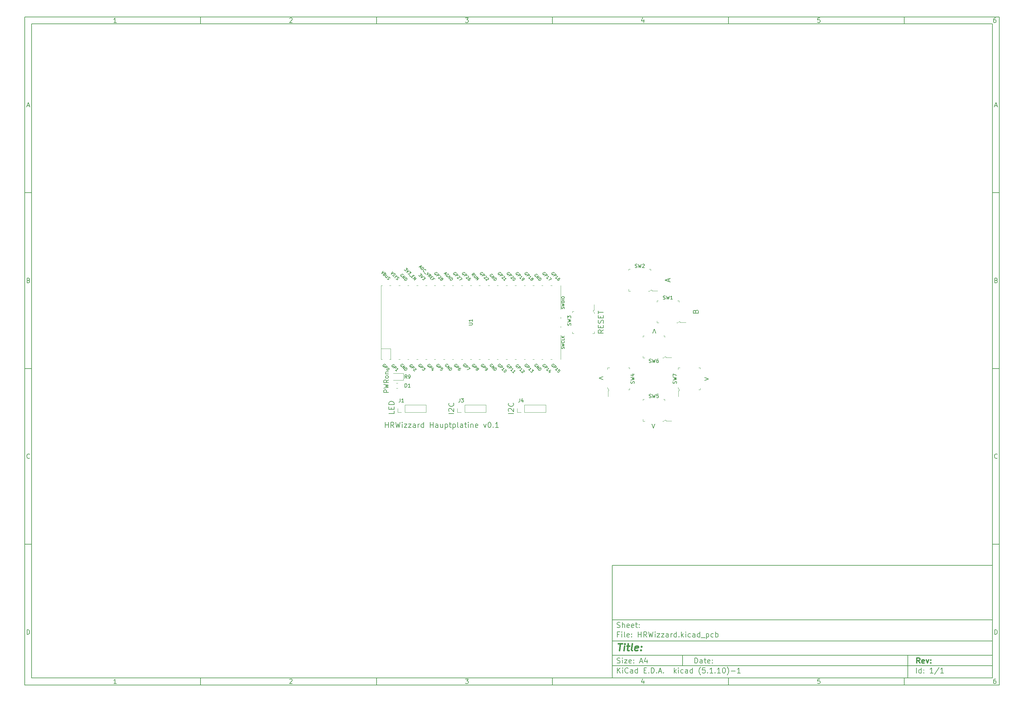
<source format=gbr>
%TF.GenerationSoftware,KiCad,Pcbnew,(5.1.10)-1*%
%TF.CreationDate,2021-11-12T12:38:22+01:00*%
%TF.ProjectId,HRWizzard,48525769-7a7a-4617-9264-2e6b69636164,rev?*%
%TF.SameCoordinates,Original*%
%TF.FileFunction,Legend,Top*%
%TF.FilePolarity,Positive*%
%FSLAX46Y46*%
G04 Gerber Fmt 4.6, Leading zero omitted, Abs format (unit mm)*
G04 Created by KiCad (PCBNEW (5.1.10)-1) date 2021-11-12 12:38:22*
%MOMM*%
%LPD*%
G01*
G04 APERTURE LIST*
%ADD10C,0.100000*%
%ADD11C,0.150000*%
%ADD12C,0.300000*%
%ADD13C,0.400000*%
%ADD14C,0.200000*%
%ADD15C,0.120000*%
G04 APERTURE END LIST*
D10*
D11*
X177002200Y-166007200D02*
X177002200Y-198007200D01*
X285002200Y-198007200D01*
X285002200Y-166007200D01*
X177002200Y-166007200D01*
D10*
D11*
X10000000Y-10000000D02*
X10000000Y-200007200D01*
X287002200Y-200007200D01*
X287002200Y-10000000D01*
X10000000Y-10000000D01*
D10*
D11*
X12000000Y-12000000D02*
X12000000Y-198007200D01*
X285002200Y-198007200D01*
X285002200Y-12000000D01*
X12000000Y-12000000D01*
D10*
D11*
X60000000Y-12000000D02*
X60000000Y-10000000D01*
D10*
D11*
X110000000Y-12000000D02*
X110000000Y-10000000D01*
D10*
D11*
X160000000Y-12000000D02*
X160000000Y-10000000D01*
D10*
D11*
X210000000Y-12000000D02*
X210000000Y-10000000D01*
D10*
D11*
X260000000Y-12000000D02*
X260000000Y-10000000D01*
D10*
D11*
X36065476Y-11588095D02*
X35322619Y-11588095D01*
X35694047Y-11588095D02*
X35694047Y-10288095D01*
X35570238Y-10473809D01*
X35446428Y-10597619D01*
X35322619Y-10659523D01*
D10*
D11*
X85322619Y-10411904D02*
X85384523Y-10350000D01*
X85508333Y-10288095D01*
X85817857Y-10288095D01*
X85941666Y-10350000D01*
X86003571Y-10411904D01*
X86065476Y-10535714D01*
X86065476Y-10659523D01*
X86003571Y-10845238D01*
X85260714Y-11588095D01*
X86065476Y-11588095D01*
D10*
D11*
X135260714Y-10288095D02*
X136065476Y-10288095D01*
X135632142Y-10783333D01*
X135817857Y-10783333D01*
X135941666Y-10845238D01*
X136003571Y-10907142D01*
X136065476Y-11030952D01*
X136065476Y-11340476D01*
X136003571Y-11464285D01*
X135941666Y-11526190D01*
X135817857Y-11588095D01*
X135446428Y-11588095D01*
X135322619Y-11526190D01*
X135260714Y-11464285D01*
D10*
D11*
X185941666Y-10721428D02*
X185941666Y-11588095D01*
X185632142Y-10226190D02*
X185322619Y-11154761D01*
X186127380Y-11154761D01*
D10*
D11*
X236003571Y-10288095D02*
X235384523Y-10288095D01*
X235322619Y-10907142D01*
X235384523Y-10845238D01*
X235508333Y-10783333D01*
X235817857Y-10783333D01*
X235941666Y-10845238D01*
X236003571Y-10907142D01*
X236065476Y-11030952D01*
X236065476Y-11340476D01*
X236003571Y-11464285D01*
X235941666Y-11526190D01*
X235817857Y-11588095D01*
X235508333Y-11588095D01*
X235384523Y-11526190D01*
X235322619Y-11464285D01*
D10*
D11*
X285941666Y-10288095D02*
X285694047Y-10288095D01*
X285570238Y-10350000D01*
X285508333Y-10411904D01*
X285384523Y-10597619D01*
X285322619Y-10845238D01*
X285322619Y-11340476D01*
X285384523Y-11464285D01*
X285446428Y-11526190D01*
X285570238Y-11588095D01*
X285817857Y-11588095D01*
X285941666Y-11526190D01*
X286003571Y-11464285D01*
X286065476Y-11340476D01*
X286065476Y-11030952D01*
X286003571Y-10907142D01*
X285941666Y-10845238D01*
X285817857Y-10783333D01*
X285570238Y-10783333D01*
X285446428Y-10845238D01*
X285384523Y-10907142D01*
X285322619Y-11030952D01*
D10*
D11*
X60000000Y-198007200D02*
X60000000Y-200007200D01*
D10*
D11*
X110000000Y-198007200D02*
X110000000Y-200007200D01*
D10*
D11*
X160000000Y-198007200D02*
X160000000Y-200007200D01*
D10*
D11*
X210000000Y-198007200D02*
X210000000Y-200007200D01*
D10*
D11*
X260000000Y-198007200D02*
X260000000Y-200007200D01*
D10*
D11*
X36065476Y-199595295D02*
X35322619Y-199595295D01*
X35694047Y-199595295D02*
X35694047Y-198295295D01*
X35570238Y-198481009D01*
X35446428Y-198604819D01*
X35322619Y-198666723D01*
D10*
D11*
X85322619Y-198419104D02*
X85384523Y-198357200D01*
X85508333Y-198295295D01*
X85817857Y-198295295D01*
X85941666Y-198357200D01*
X86003571Y-198419104D01*
X86065476Y-198542914D01*
X86065476Y-198666723D01*
X86003571Y-198852438D01*
X85260714Y-199595295D01*
X86065476Y-199595295D01*
D10*
D11*
X135260714Y-198295295D02*
X136065476Y-198295295D01*
X135632142Y-198790533D01*
X135817857Y-198790533D01*
X135941666Y-198852438D01*
X136003571Y-198914342D01*
X136065476Y-199038152D01*
X136065476Y-199347676D01*
X136003571Y-199471485D01*
X135941666Y-199533390D01*
X135817857Y-199595295D01*
X135446428Y-199595295D01*
X135322619Y-199533390D01*
X135260714Y-199471485D01*
D10*
D11*
X185941666Y-198728628D02*
X185941666Y-199595295D01*
X185632142Y-198233390D02*
X185322619Y-199161961D01*
X186127380Y-199161961D01*
D10*
D11*
X236003571Y-198295295D02*
X235384523Y-198295295D01*
X235322619Y-198914342D01*
X235384523Y-198852438D01*
X235508333Y-198790533D01*
X235817857Y-198790533D01*
X235941666Y-198852438D01*
X236003571Y-198914342D01*
X236065476Y-199038152D01*
X236065476Y-199347676D01*
X236003571Y-199471485D01*
X235941666Y-199533390D01*
X235817857Y-199595295D01*
X235508333Y-199595295D01*
X235384523Y-199533390D01*
X235322619Y-199471485D01*
D10*
D11*
X285941666Y-198295295D02*
X285694047Y-198295295D01*
X285570238Y-198357200D01*
X285508333Y-198419104D01*
X285384523Y-198604819D01*
X285322619Y-198852438D01*
X285322619Y-199347676D01*
X285384523Y-199471485D01*
X285446428Y-199533390D01*
X285570238Y-199595295D01*
X285817857Y-199595295D01*
X285941666Y-199533390D01*
X286003571Y-199471485D01*
X286065476Y-199347676D01*
X286065476Y-199038152D01*
X286003571Y-198914342D01*
X285941666Y-198852438D01*
X285817857Y-198790533D01*
X285570238Y-198790533D01*
X285446428Y-198852438D01*
X285384523Y-198914342D01*
X285322619Y-199038152D01*
D10*
D11*
X10000000Y-60000000D02*
X12000000Y-60000000D01*
D10*
D11*
X10000000Y-110000000D02*
X12000000Y-110000000D01*
D10*
D11*
X10000000Y-160000000D02*
X12000000Y-160000000D01*
D10*
D11*
X10690476Y-35216666D02*
X11309523Y-35216666D01*
X10566666Y-35588095D02*
X11000000Y-34288095D01*
X11433333Y-35588095D01*
D10*
D11*
X11092857Y-84907142D02*
X11278571Y-84969047D01*
X11340476Y-85030952D01*
X11402380Y-85154761D01*
X11402380Y-85340476D01*
X11340476Y-85464285D01*
X11278571Y-85526190D01*
X11154761Y-85588095D01*
X10659523Y-85588095D01*
X10659523Y-84288095D01*
X11092857Y-84288095D01*
X11216666Y-84350000D01*
X11278571Y-84411904D01*
X11340476Y-84535714D01*
X11340476Y-84659523D01*
X11278571Y-84783333D01*
X11216666Y-84845238D01*
X11092857Y-84907142D01*
X10659523Y-84907142D01*
D10*
D11*
X11402380Y-135464285D02*
X11340476Y-135526190D01*
X11154761Y-135588095D01*
X11030952Y-135588095D01*
X10845238Y-135526190D01*
X10721428Y-135402380D01*
X10659523Y-135278571D01*
X10597619Y-135030952D01*
X10597619Y-134845238D01*
X10659523Y-134597619D01*
X10721428Y-134473809D01*
X10845238Y-134350000D01*
X11030952Y-134288095D01*
X11154761Y-134288095D01*
X11340476Y-134350000D01*
X11402380Y-134411904D01*
D10*
D11*
X10659523Y-185588095D02*
X10659523Y-184288095D01*
X10969047Y-184288095D01*
X11154761Y-184350000D01*
X11278571Y-184473809D01*
X11340476Y-184597619D01*
X11402380Y-184845238D01*
X11402380Y-185030952D01*
X11340476Y-185278571D01*
X11278571Y-185402380D01*
X11154761Y-185526190D01*
X10969047Y-185588095D01*
X10659523Y-185588095D01*
D10*
D11*
X287002200Y-60000000D02*
X285002200Y-60000000D01*
D10*
D11*
X287002200Y-110000000D02*
X285002200Y-110000000D01*
D10*
D11*
X287002200Y-160000000D02*
X285002200Y-160000000D01*
D10*
D11*
X285692676Y-35216666D02*
X286311723Y-35216666D01*
X285568866Y-35588095D02*
X286002200Y-34288095D01*
X286435533Y-35588095D01*
D10*
D11*
X286095057Y-84907142D02*
X286280771Y-84969047D01*
X286342676Y-85030952D01*
X286404580Y-85154761D01*
X286404580Y-85340476D01*
X286342676Y-85464285D01*
X286280771Y-85526190D01*
X286156961Y-85588095D01*
X285661723Y-85588095D01*
X285661723Y-84288095D01*
X286095057Y-84288095D01*
X286218866Y-84350000D01*
X286280771Y-84411904D01*
X286342676Y-84535714D01*
X286342676Y-84659523D01*
X286280771Y-84783333D01*
X286218866Y-84845238D01*
X286095057Y-84907142D01*
X285661723Y-84907142D01*
D10*
D11*
X286404580Y-135464285D02*
X286342676Y-135526190D01*
X286156961Y-135588095D01*
X286033152Y-135588095D01*
X285847438Y-135526190D01*
X285723628Y-135402380D01*
X285661723Y-135278571D01*
X285599819Y-135030952D01*
X285599819Y-134845238D01*
X285661723Y-134597619D01*
X285723628Y-134473809D01*
X285847438Y-134350000D01*
X286033152Y-134288095D01*
X286156961Y-134288095D01*
X286342676Y-134350000D01*
X286404580Y-134411904D01*
D10*
D11*
X285661723Y-185588095D02*
X285661723Y-184288095D01*
X285971247Y-184288095D01*
X286156961Y-184350000D01*
X286280771Y-184473809D01*
X286342676Y-184597619D01*
X286404580Y-184845238D01*
X286404580Y-185030952D01*
X286342676Y-185278571D01*
X286280771Y-185402380D01*
X286156961Y-185526190D01*
X285971247Y-185588095D01*
X285661723Y-185588095D01*
D10*
D11*
X200434342Y-193785771D02*
X200434342Y-192285771D01*
X200791485Y-192285771D01*
X201005771Y-192357200D01*
X201148628Y-192500057D01*
X201220057Y-192642914D01*
X201291485Y-192928628D01*
X201291485Y-193142914D01*
X201220057Y-193428628D01*
X201148628Y-193571485D01*
X201005771Y-193714342D01*
X200791485Y-193785771D01*
X200434342Y-193785771D01*
X202577200Y-193785771D02*
X202577200Y-193000057D01*
X202505771Y-192857200D01*
X202362914Y-192785771D01*
X202077200Y-192785771D01*
X201934342Y-192857200D01*
X202577200Y-193714342D02*
X202434342Y-193785771D01*
X202077200Y-193785771D01*
X201934342Y-193714342D01*
X201862914Y-193571485D01*
X201862914Y-193428628D01*
X201934342Y-193285771D01*
X202077200Y-193214342D01*
X202434342Y-193214342D01*
X202577200Y-193142914D01*
X203077200Y-192785771D02*
X203648628Y-192785771D01*
X203291485Y-192285771D02*
X203291485Y-193571485D01*
X203362914Y-193714342D01*
X203505771Y-193785771D01*
X203648628Y-193785771D01*
X204720057Y-193714342D02*
X204577200Y-193785771D01*
X204291485Y-193785771D01*
X204148628Y-193714342D01*
X204077200Y-193571485D01*
X204077200Y-193000057D01*
X204148628Y-192857200D01*
X204291485Y-192785771D01*
X204577200Y-192785771D01*
X204720057Y-192857200D01*
X204791485Y-193000057D01*
X204791485Y-193142914D01*
X204077200Y-193285771D01*
X205434342Y-193642914D02*
X205505771Y-193714342D01*
X205434342Y-193785771D01*
X205362914Y-193714342D01*
X205434342Y-193642914D01*
X205434342Y-193785771D01*
X205434342Y-192857200D02*
X205505771Y-192928628D01*
X205434342Y-193000057D01*
X205362914Y-192928628D01*
X205434342Y-192857200D01*
X205434342Y-193000057D01*
D10*
D11*
X177002200Y-194507200D02*
X285002200Y-194507200D01*
D10*
D11*
X178434342Y-196585771D02*
X178434342Y-195085771D01*
X179291485Y-196585771D02*
X178648628Y-195728628D01*
X179291485Y-195085771D02*
X178434342Y-195942914D01*
X179934342Y-196585771D02*
X179934342Y-195585771D01*
X179934342Y-195085771D02*
X179862914Y-195157200D01*
X179934342Y-195228628D01*
X180005771Y-195157200D01*
X179934342Y-195085771D01*
X179934342Y-195228628D01*
X181505771Y-196442914D02*
X181434342Y-196514342D01*
X181220057Y-196585771D01*
X181077200Y-196585771D01*
X180862914Y-196514342D01*
X180720057Y-196371485D01*
X180648628Y-196228628D01*
X180577200Y-195942914D01*
X180577200Y-195728628D01*
X180648628Y-195442914D01*
X180720057Y-195300057D01*
X180862914Y-195157200D01*
X181077200Y-195085771D01*
X181220057Y-195085771D01*
X181434342Y-195157200D01*
X181505771Y-195228628D01*
X182791485Y-196585771D02*
X182791485Y-195800057D01*
X182720057Y-195657200D01*
X182577200Y-195585771D01*
X182291485Y-195585771D01*
X182148628Y-195657200D01*
X182791485Y-196514342D02*
X182648628Y-196585771D01*
X182291485Y-196585771D01*
X182148628Y-196514342D01*
X182077200Y-196371485D01*
X182077200Y-196228628D01*
X182148628Y-196085771D01*
X182291485Y-196014342D01*
X182648628Y-196014342D01*
X182791485Y-195942914D01*
X184148628Y-196585771D02*
X184148628Y-195085771D01*
X184148628Y-196514342D02*
X184005771Y-196585771D01*
X183720057Y-196585771D01*
X183577200Y-196514342D01*
X183505771Y-196442914D01*
X183434342Y-196300057D01*
X183434342Y-195871485D01*
X183505771Y-195728628D01*
X183577200Y-195657200D01*
X183720057Y-195585771D01*
X184005771Y-195585771D01*
X184148628Y-195657200D01*
X186005771Y-195800057D02*
X186505771Y-195800057D01*
X186720057Y-196585771D02*
X186005771Y-196585771D01*
X186005771Y-195085771D01*
X186720057Y-195085771D01*
X187362914Y-196442914D02*
X187434342Y-196514342D01*
X187362914Y-196585771D01*
X187291485Y-196514342D01*
X187362914Y-196442914D01*
X187362914Y-196585771D01*
X188077200Y-196585771D02*
X188077200Y-195085771D01*
X188434342Y-195085771D01*
X188648628Y-195157200D01*
X188791485Y-195300057D01*
X188862914Y-195442914D01*
X188934342Y-195728628D01*
X188934342Y-195942914D01*
X188862914Y-196228628D01*
X188791485Y-196371485D01*
X188648628Y-196514342D01*
X188434342Y-196585771D01*
X188077200Y-196585771D01*
X189577200Y-196442914D02*
X189648628Y-196514342D01*
X189577200Y-196585771D01*
X189505771Y-196514342D01*
X189577200Y-196442914D01*
X189577200Y-196585771D01*
X190220057Y-196157200D02*
X190934342Y-196157200D01*
X190077200Y-196585771D02*
X190577200Y-195085771D01*
X191077200Y-196585771D01*
X191577200Y-196442914D02*
X191648628Y-196514342D01*
X191577200Y-196585771D01*
X191505771Y-196514342D01*
X191577200Y-196442914D01*
X191577200Y-196585771D01*
X194577200Y-196585771D02*
X194577200Y-195085771D01*
X194720057Y-196014342D02*
X195148628Y-196585771D01*
X195148628Y-195585771D02*
X194577200Y-196157200D01*
X195791485Y-196585771D02*
X195791485Y-195585771D01*
X195791485Y-195085771D02*
X195720057Y-195157200D01*
X195791485Y-195228628D01*
X195862914Y-195157200D01*
X195791485Y-195085771D01*
X195791485Y-195228628D01*
X197148628Y-196514342D02*
X197005771Y-196585771D01*
X196720057Y-196585771D01*
X196577200Y-196514342D01*
X196505771Y-196442914D01*
X196434342Y-196300057D01*
X196434342Y-195871485D01*
X196505771Y-195728628D01*
X196577200Y-195657200D01*
X196720057Y-195585771D01*
X197005771Y-195585771D01*
X197148628Y-195657200D01*
X198434342Y-196585771D02*
X198434342Y-195800057D01*
X198362914Y-195657200D01*
X198220057Y-195585771D01*
X197934342Y-195585771D01*
X197791485Y-195657200D01*
X198434342Y-196514342D02*
X198291485Y-196585771D01*
X197934342Y-196585771D01*
X197791485Y-196514342D01*
X197720057Y-196371485D01*
X197720057Y-196228628D01*
X197791485Y-196085771D01*
X197934342Y-196014342D01*
X198291485Y-196014342D01*
X198434342Y-195942914D01*
X199791485Y-196585771D02*
X199791485Y-195085771D01*
X199791485Y-196514342D02*
X199648628Y-196585771D01*
X199362914Y-196585771D01*
X199220057Y-196514342D01*
X199148628Y-196442914D01*
X199077200Y-196300057D01*
X199077200Y-195871485D01*
X199148628Y-195728628D01*
X199220057Y-195657200D01*
X199362914Y-195585771D01*
X199648628Y-195585771D01*
X199791485Y-195657200D01*
X202077200Y-197157200D02*
X202005771Y-197085771D01*
X201862914Y-196871485D01*
X201791485Y-196728628D01*
X201720057Y-196514342D01*
X201648628Y-196157200D01*
X201648628Y-195871485D01*
X201720057Y-195514342D01*
X201791485Y-195300057D01*
X201862914Y-195157200D01*
X202005771Y-194942914D01*
X202077200Y-194871485D01*
X203362914Y-195085771D02*
X202648628Y-195085771D01*
X202577200Y-195800057D01*
X202648628Y-195728628D01*
X202791485Y-195657200D01*
X203148628Y-195657200D01*
X203291485Y-195728628D01*
X203362914Y-195800057D01*
X203434342Y-195942914D01*
X203434342Y-196300057D01*
X203362914Y-196442914D01*
X203291485Y-196514342D01*
X203148628Y-196585771D01*
X202791485Y-196585771D01*
X202648628Y-196514342D01*
X202577200Y-196442914D01*
X204077200Y-196442914D02*
X204148628Y-196514342D01*
X204077200Y-196585771D01*
X204005771Y-196514342D01*
X204077200Y-196442914D01*
X204077200Y-196585771D01*
X205577200Y-196585771D02*
X204720057Y-196585771D01*
X205148628Y-196585771D02*
X205148628Y-195085771D01*
X205005771Y-195300057D01*
X204862914Y-195442914D01*
X204720057Y-195514342D01*
X206220057Y-196442914D02*
X206291485Y-196514342D01*
X206220057Y-196585771D01*
X206148628Y-196514342D01*
X206220057Y-196442914D01*
X206220057Y-196585771D01*
X207720057Y-196585771D02*
X206862914Y-196585771D01*
X207291485Y-196585771D02*
X207291485Y-195085771D01*
X207148628Y-195300057D01*
X207005771Y-195442914D01*
X206862914Y-195514342D01*
X208648628Y-195085771D02*
X208791485Y-195085771D01*
X208934342Y-195157200D01*
X209005771Y-195228628D01*
X209077200Y-195371485D01*
X209148628Y-195657200D01*
X209148628Y-196014342D01*
X209077200Y-196300057D01*
X209005771Y-196442914D01*
X208934342Y-196514342D01*
X208791485Y-196585771D01*
X208648628Y-196585771D01*
X208505771Y-196514342D01*
X208434342Y-196442914D01*
X208362914Y-196300057D01*
X208291485Y-196014342D01*
X208291485Y-195657200D01*
X208362914Y-195371485D01*
X208434342Y-195228628D01*
X208505771Y-195157200D01*
X208648628Y-195085771D01*
X209648628Y-197157200D02*
X209720057Y-197085771D01*
X209862914Y-196871485D01*
X209934342Y-196728628D01*
X210005771Y-196514342D01*
X210077200Y-196157200D01*
X210077200Y-195871485D01*
X210005771Y-195514342D01*
X209934342Y-195300057D01*
X209862914Y-195157200D01*
X209720057Y-194942914D01*
X209648628Y-194871485D01*
X210791485Y-196014342D02*
X211934342Y-196014342D01*
X213434342Y-196585771D02*
X212577200Y-196585771D01*
X213005771Y-196585771D02*
X213005771Y-195085771D01*
X212862914Y-195300057D01*
X212720057Y-195442914D01*
X212577200Y-195514342D01*
D10*
D11*
X177002200Y-191507200D02*
X285002200Y-191507200D01*
D10*
D12*
X264411485Y-193785771D02*
X263911485Y-193071485D01*
X263554342Y-193785771D02*
X263554342Y-192285771D01*
X264125771Y-192285771D01*
X264268628Y-192357200D01*
X264340057Y-192428628D01*
X264411485Y-192571485D01*
X264411485Y-192785771D01*
X264340057Y-192928628D01*
X264268628Y-193000057D01*
X264125771Y-193071485D01*
X263554342Y-193071485D01*
X265625771Y-193714342D02*
X265482914Y-193785771D01*
X265197200Y-193785771D01*
X265054342Y-193714342D01*
X264982914Y-193571485D01*
X264982914Y-193000057D01*
X265054342Y-192857200D01*
X265197200Y-192785771D01*
X265482914Y-192785771D01*
X265625771Y-192857200D01*
X265697200Y-193000057D01*
X265697200Y-193142914D01*
X264982914Y-193285771D01*
X266197200Y-192785771D02*
X266554342Y-193785771D01*
X266911485Y-192785771D01*
X267482914Y-193642914D02*
X267554342Y-193714342D01*
X267482914Y-193785771D01*
X267411485Y-193714342D01*
X267482914Y-193642914D01*
X267482914Y-193785771D01*
X267482914Y-192857200D02*
X267554342Y-192928628D01*
X267482914Y-193000057D01*
X267411485Y-192928628D01*
X267482914Y-192857200D01*
X267482914Y-193000057D01*
D10*
D11*
X178362914Y-193714342D02*
X178577200Y-193785771D01*
X178934342Y-193785771D01*
X179077200Y-193714342D01*
X179148628Y-193642914D01*
X179220057Y-193500057D01*
X179220057Y-193357200D01*
X179148628Y-193214342D01*
X179077200Y-193142914D01*
X178934342Y-193071485D01*
X178648628Y-193000057D01*
X178505771Y-192928628D01*
X178434342Y-192857200D01*
X178362914Y-192714342D01*
X178362914Y-192571485D01*
X178434342Y-192428628D01*
X178505771Y-192357200D01*
X178648628Y-192285771D01*
X179005771Y-192285771D01*
X179220057Y-192357200D01*
X179862914Y-193785771D02*
X179862914Y-192785771D01*
X179862914Y-192285771D02*
X179791485Y-192357200D01*
X179862914Y-192428628D01*
X179934342Y-192357200D01*
X179862914Y-192285771D01*
X179862914Y-192428628D01*
X180434342Y-192785771D02*
X181220057Y-192785771D01*
X180434342Y-193785771D01*
X181220057Y-193785771D01*
X182362914Y-193714342D02*
X182220057Y-193785771D01*
X181934342Y-193785771D01*
X181791485Y-193714342D01*
X181720057Y-193571485D01*
X181720057Y-193000057D01*
X181791485Y-192857200D01*
X181934342Y-192785771D01*
X182220057Y-192785771D01*
X182362914Y-192857200D01*
X182434342Y-193000057D01*
X182434342Y-193142914D01*
X181720057Y-193285771D01*
X183077200Y-193642914D02*
X183148628Y-193714342D01*
X183077200Y-193785771D01*
X183005771Y-193714342D01*
X183077200Y-193642914D01*
X183077200Y-193785771D01*
X183077200Y-192857200D02*
X183148628Y-192928628D01*
X183077200Y-193000057D01*
X183005771Y-192928628D01*
X183077200Y-192857200D01*
X183077200Y-193000057D01*
X184862914Y-193357200D02*
X185577200Y-193357200D01*
X184720057Y-193785771D02*
X185220057Y-192285771D01*
X185720057Y-193785771D01*
X186862914Y-192785771D02*
X186862914Y-193785771D01*
X186505771Y-192214342D02*
X186148628Y-193285771D01*
X187077200Y-193285771D01*
D10*
D11*
X263434342Y-196585771D02*
X263434342Y-195085771D01*
X264791485Y-196585771D02*
X264791485Y-195085771D01*
X264791485Y-196514342D02*
X264648628Y-196585771D01*
X264362914Y-196585771D01*
X264220057Y-196514342D01*
X264148628Y-196442914D01*
X264077200Y-196300057D01*
X264077200Y-195871485D01*
X264148628Y-195728628D01*
X264220057Y-195657200D01*
X264362914Y-195585771D01*
X264648628Y-195585771D01*
X264791485Y-195657200D01*
X265505771Y-196442914D02*
X265577200Y-196514342D01*
X265505771Y-196585771D01*
X265434342Y-196514342D01*
X265505771Y-196442914D01*
X265505771Y-196585771D01*
X265505771Y-195657200D02*
X265577200Y-195728628D01*
X265505771Y-195800057D01*
X265434342Y-195728628D01*
X265505771Y-195657200D01*
X265505771Y-195800057D01*
X268148628Y-196585771D02*
X267291485Y-196585771D01*
X267720057Y-196585771D02*
X267720057Y-195085771D01*
X267577200Y-195300057D01*
X267434342Y-195442914D01*
X267291485Y-195514342D01*
X269862914Y-195014342D02*
X268577200Y-196942914D01*
X271148628Y-196585771D02*
X270291485Y-196585771D01*
X270720057Y-196585771D02*
X270720057Y-195085771D01*
X270577200Y-195300057D01*
X270434342Y-195442914D01*
X270291485Y-195514342D01*
D10*
D11*
X177002200Y-187507200D02*
X285002200Y-187507200D01*
D10*
D13*
X178714580Y-188211961D02*
X179857438Y-188211961D01*
X179036009Y-190211961D02*
X179286009Y-188211961D01*
X180274104Y-190211961D02*
X180440771Y-188878628D01*
X180524104Y-188211961D02*
X180416961Y-188307200D01*
X180500295Y-188402438D01*
X180607438Y-188307200D01*
X180524104Y-188211961D01*
X180500295Y-188402438D01*
X181107438Y-188878628D02*
X181869342Y-188878628D01*
X181476485Y-188211961D02*
X181262200Y-189926247D01*
X181333628Y-190116723D01*
X181512200Y-190211961D01*
X181702676Y-190211961D01*
X182655057Y-190211961D02*
X182476485Y-190116723D01*
X182405057Y-189926247D01*
X182619342Y-188211961D01*
X184190771Y-190116723D02*
X183988390Y-190211961D01*
X183607438Y-190211961D01*
X183428866Y-190116723D01*
X183357438Y-189926247D01*
X183452676Y-189164342D01*
X183571723Y-188973866D01*
X183774104Y-188878628D01*
X184155057Y-188878628D01*
X184333628Y-188973866D01*
X184405057Y-189164342D01*
X184381247Y-189354819D01*
X183405057Y-189545295D01*
X185155057Y-190021485D02*
X185238390Y-190116723D01*
X185131247Y-190211961D01*
X185047914Y-190116723D01*
X185155057Y-190021485D01*
X185131247Y-190211961D01*
X185286009Y-188973866D02*
X185369342Y-189069104D01*
X185262200Y-189164342D01*
X185178866Y-189069104D01*
X185286009Y-188973866D01*
X185262200Y-189164342D01*
D10*
D11*
X178934342Y-185600057D02*
X178434342Y-185600057D01*
X178434342Y-186385771D02*
X178434342Y-184885771D01*
X179148628Y-184885771D01*
X179720057Y-186385771D02*
X179720057Y-185385771D01*
X179720057Y-184885771D02*
X179648628Y-184957200D01*
X179720057Y-185028628D01*
X179791485Y-184957200D01*
X179720057Y-184885771D01*
X179720057Y-185028628D01*
X180648628Y-186385771D02*
X180505771Y-186314342D01*
X180434342Y-186171485D01*
X180434342Y-184885771D01*
X181791485Y-186314342D02*
X181648628Y-186385771D01*
X181362914Y-186385771D01*
X181220057Y-186314342D01*
X181148628Y-186171485D01*
X181148628Y-185600057D01*
X181220057Y-185457200D01*
X181362914Y-185385771D01*
X181648628Y-185385771D01*
X181791485Y-185457200D01*
X181862914Y-185600057D01*
X181862914Y-185742914D01*
X181148628Y-185885771D01*
X182505771Y-186242914D02*
X182577200Y-186314342D01*
X182505771Y-186385771D01*
X182434342Y-186314342D01*
X182505771Y-186242914D01*
X182505771Y-186385771D01*
X182505771Y-185457200D02*
X182577200Y-185528628D01*
X182505771Y-185600057D01*
X182434342Y-185528628D01*
X182505771Y-185457200D01*
X182505771Y-185600057D01*
X184362914Y-186385771D02*
X184362914Y-184885771D01*
X184362914Y-185600057D02*
X185220057Y-185600057D01*
X185220057Y-186385771D02*
X185220057Y-184885771D01*
X186791485Y-186385771D02*
X186291485Y-185671485D01*
X185934342Y-186385771D02*
X185934342Y-184885771D01*
X186505771Y-184885771D01*
X186648628Y-184957200D01*
X186720057Y-185028628D01*
X186791485Y-185171485D01*
X186791485Y-185385771D01*
X186720057Y-185528628D01*
X186648628Y-185600057D01*
X186505771Y-185671485D01*
X185934342Y-185671485D01*
X187291485Y-184885771D02*
X187648628Y-186385771D01*
X187934342Y-185314342D01*
X188220057Y-186385771D01*
X188577200Y-184885771D01*
X189148628Y-186385771D02*
X189148628Y-185385771D01*
X189148628Y-184885771D02*
X189077200Y-184957200D01*
X189148628Y-185028628D01*
X189220057Y-184957200D01*
X189148628Y-184885771D01*
X189148628Y-185028628D01*
X189720057Y-185385771D02*
X190505771Y-185385771D01*
X189720057Y-186385771D01*
X190505771Y-186385771D01*
X190934342Y-185385771D02*
X191720057Y-185385771D01*
X190934342Y-186385771D01*
X191720057Y-186385771D01*
X192934342Y-186385771D02*
X192934342Y-185600057D01*
X192862914Y-185457200D01*
X192720057Y-185385771D01*
X192434342Y-185385771D01*
X192291485Y-185457200D01*
X192934342Y-186314342D02*
X192791485Y-186385771D01*
X192434342Y-186385771D01*
X192291485Y-186314342D01*
X192220057Y-186171485D01*
X192220057Y-186028628D01*
X192291485Y-185885771D01*
X192434342Y-185814342D01*
X192791485Y-185814342D01*
X192934342Y-185742914D01*
X193648628Y-186385771D02*
X193648628Y-185385771D01*
X193648628Y-185671485D02*
X193720057Y-185528628D01*
X193791485Y-185457200D01*
X193934342Y-185385771D01*
X194077200Y-185385771D01*
X195220057Y-186385771D02*
X195220057Y-184885771D01*
X195220057Y-186314342D02*
X195077200Y-186385771D01*
X194791485Y-186385771D01*
X194648628Y-186314342D01*
X194577200Y-186242914D01*
X194505771Y-186100057D01*
X194505771Y-185671485D01*
X194577200Y-185528628D01*
X194648628Y-185457200D01*
X194791485Y-185385771D01*
X195077200Y-185385771D01*
X195220057Y-185457200D01*
X195934342Y-186242914D02*
X196005771Y-186314342D01*
X195934342Y-186385771D01*
X195862914Y-186314342D01*
X195934342Y-186242914D01*
X195934342Y-186385771D01*
X196648628Y-186385771D02*
X196648628Y-184885771D01*
X196791485Y-185814342D02*
X197220057Y-186385771D01*
X197220057Y-185385771D02*
X196648628Y-185957200D01*
X197862914Y-186385771D02*
X197862914Y-185385771D01*
X197862914Y-184885771D02*
X197791485Y-184957200D01*
X197862914Y-185028628D01*
X197934342Y-184957200D01*
X197862914Y-184885771D01*
X197862914Y-185028628D01*
X199220057Y-186314342D02*
X199077200Y-186385771D01*
X198791485Y-186385771D01*
X198648628Y-186314342D01*
X198577200Y-186242914D01*
X198505771Y-186100057D01*
X198505771Y-185671485D01*
X198577200Y-185528628D01*
X198648628Y-185457200D01*
X198791485Y-185385771D01*
X199077200Y-185385771D01*
X199220057Y-185457200D01*
X200505771Y-186385771D02*
X200505771Y-185600057D01*
X200434342Y-185457200D01*
X200291485Y-185385771D01*
X200005771Y-185385771D01*
X199862914Y-185457200D01*
X200505771Y-186314342D02*
X200362914Y-186385771D01*
X200005771Y-186385771D01*
X199862914Y-186314342D01*
X199791485Y-186171485D01*
X199791485Y-186028628D01*
X199862914Y-185885771D01*
X200005771Y-185814342D01*
X200362914Y-185814342D01*
X200505771Y-185742914D01*
X201862914Y-186385771D02*
X201862914Y-184885771D01*
X201862914Y-186314342D02*
X201720057Y-186385771D01*
X201434342Y-186385771D01*
X201291485Y-186314342D01*
X201220057Y-186242914D01*
X201148628Y-186100057D01*
X201148628Y-185671485D01*
X201220057Y-185528628D01*
X201291485Y-185457200D01*
X201434342Y-185385771D01*
X201720057Y-185385771D01*
X201862914Y-185457200D01*
X202220057Y-186528628D02*
X203362914Y-186528628D01*
X203720057Y-185385771D02*
X203720057Y-186885771D01*
X203720057Y-185457200D02*
X203862914Y-185385771D01*
X204148628Y-185385771D01*
X204291485Y-185457200D01*
X204362914Y-185528628D01*
X204434342Y-185671485D01*
X204434342Y-186100057D01*
X204362914Y-186242914D01*
X204291485Y-186314342D01*
X204148628Y-186385771D01*
X203862914Y-186385771D01*
X203720057Y-186314342D01*
X205720057Y-186314342D02*
X205577200Y-186385771D01*
X205291485Y-186385771D01*
X205148628Y-186314342D01*
X205077200Y-186242914D01*
X205005771Y-186100057D01*
X205005771Y-185671485D01*
X205077200Y-185528628D01*
X205148628Y-185457200D01*
X205291485Y-185385771D01*
X205577200Y-185385771D01*
X205720057Y-185457200D01*
X206362914Y-186385771D02*
X206362914Y-184885771D01*
X206362914Y-185457200D02*
X206505771Y-185385771D01*
X206791485Y-185385771D01*
X206934342Y-185457200D01*
X207005771Y-185528628D01*
X207077200Y-185671485D01*
X207077200Y-186100057D01*
X207005771Y-186242914D01*
X206934342Y-186314342D01*
X206791485Y-186385771D01*
X206505771Y-186385771D01*
X206362914Y-186314342D01*
D10*
D11*
X177002200Y-181507200D02*
X285002200Y-181507200D01*
D10*
D11*
X178362914Y-183614342D02*
X178577200Y-183685771D01*
X178934342Y-183685771D01*
X179077200Y-183614342D01*
X179148628Y-183542914D01*
X179220057Y-183400057D01*
X179220057Y-183257200D01*
X179148628Y-183114342D01*
X179077200Y-183042914D01*
X178934342Y-182971485D01*
X178648628Y-182900057D01*
X178505771Y-182828628D01*
X178434342Y-182757200D01*
X178362914Y-182614342D01*
X178362914Y-182471485D01*
X178434342Y-182328628D01*
X178505771Y-182257200D01*
X178648628Y-182185771D01*
X179005771Y-182185771D01*
X179220057Y-182257200D01*
X179862914Y-183685771D02*
X179862914Y-182185771D01*
X180505771Y-183685771D02*
X180505771Y-182900057D01*
X180434342Y-182757200D01*
X180291485Y-182685771D01*
X180077200Y-182685771D01*
X179934342Y-182757200D01*
X179862914Y-182828628D01*
X181791485Y-183614342D02*
X181648628Y-183685771D01*
X181362914Y-183685771D01*
X181220057Y-183614342D01*
X181148628Y-183471485D01*
X181148628Y-182900057D01*
X181220057Y-182757200D01*
X181362914Y-182685771D01*
X181648628Y-182685771D01*
X181791485Y-182757200D01*
X181862914Y-182900057D01*
X181862914Y-183042914D01*
X181148628Y-183185771D01*
X183077200Y-183614342D02*
X182934342Y-183685771D01*
X182648628Y-183685771D01*
X182505771Y-183614342D01*
X182434342Y-183471485D01*
X182434342Y-182900057D01*
X182505771Y-182757200D01*
X182648628Y-182685771D01*
X182934342Y-182685771D01*
X183077200Y-182757200D01*
X183148628Y-182900057D01*
X183148628Y-183042914D01*
X182434342Y-183185771D01*
X183577200Y-182685771D02*
X184148628Y-182685771D01*
X183791485Y-182185771D02*
X183791485Y-183471485D01*
X183862914Y-183614342D01*
X184005771Y-183685771D01*
X184148628Y-183685771D01*
X184648628Y-183542914D02*
X184720057Y-183614342D01*
X184648628Y-183685771D01*
X184577200Y-183614342D01*
X184648628Y-183542914D01*
X184648628Y-183685771D01*
X184648628Y-182757200D02*
X184720057Y-182828628D01*
X184648628Y-182900057D01*
X184577200Y-182828628D01*
X184648628Y-182757200D01*
X184648628Y-182900057D01*
D10*
D11*
X197002200Y-191507200D02*
X197002200Y-194507200D01*
D10*
D11*
X261002200Y-191507200D02*
X261002200Y-198007200D01*
D14*
X113385095Y-116767523D02*
X112085095Y-116767523D01*
X112085095Y-116272285D01*
X112147000Y-116148476D01*
X112208904Y-116086571D01*
X112332714Y-116024666D01*
X112518428Y-116024666D01*
X112642238Y-116086571D01*
X112704142Y-116148476D01*
X112766047Y-116272285D01*
X112766047Y-116767523D01*
X112085095Y-115591333D02*
X113385095Y-115281809D01*
X112456523Y-115034190D01*
X113385095Y-114786571D01*
X112085095Y-114477047D01*
X113385095Y-113238952D02*
X112766047Y-113672285D01*
X113385095Y-113981809D02*
X112085095Y-113981809D01*
X112085095Y-113486571D01*
X112147000Y-113362761D01*
X112208904Y-113300857D01*
X112332714Y-113238952D01*
X112518428Y-113238952D01*
X112642238Y-113300857D01*
X112704142Y-113362761D01*
X112766047Y-113486571D01*
X112766047Y-113981809D01*
X113385095Y-112496095D02*
X113323190Y-112619904D01*
X113261285Y-112681809D01*
X113137476Y-112743714D01*
X112766047Y-112743714D01*
X112642238Y-112681809D01*
X112580333Y-112619904D01*
X112518428Y-112496095D01*
X112518428Y-112310380D01*
X112580333Y-112186571D01*
X112642238Y-112124666D01*
X112766047Y-112062761D01*
X113137476Y-112062761D01*
X113261285Y-112124666D01*
X113323190Y-112186571D01*
X113385095Y-112310380D01*
X113385095Y-112496095D01*
X112518428Y-111505619D02*
X113385095Y-111505619D01*
X112642238Y-111505619D02*
X112580333Y-111443714D01*
X112518428Y-111319904D01*
X112518428Y-111134190D01*
X112580333Y-111010380D01*
X112704142Y-110948476D01*
X113385095Y-110948476D01*
X148975571Y-122822285D02*
X147475571Y-122822285D01*
X147618428Y-122179428D02*
X147547000Y-122108000D01*
X147475571Y-121965142D01*
X147475571Y-121608000D01*
X147547000Y-121465142D01*
X147618428Y-121393714D01*
X147761285Y-121322285D01*
X147904142Y-121322285D01*
X148118428Y-121393714D01*
X148975571Y-122250857D01*
X148975571Y-121322285D01*
X148832714Y-119822285D02*
X148904142Y-119893714D01*
X148975571Y-120108000D01*
X148975571Y-120250857D01*
X148904142Y-120465142D01*
X148761285Y-120608000D01*
X148618428Y-120679428D01*
X148332714Y-120750857D01*
X148118428Y-120750857D01*
X147832714Y-120679428D01*
X147689857Y-120608000D01*
X147547000Y-120465142D01*
X147475571Y-120250857D01*
X147475571Y-120108000D01*
X147547000Y-119893714D01*
X147618428Y-119822285D01*
X131975571Y-122822285D02*
X130475571Y-122822285D01*
X130618428Y-122179428D02*
X130547000Y-122108000D01*
X130475571Y-121965142D01*
X130475571Y-121608000D01*
X130547000Y-121465142D01*
X130618428Y-121393714D01*
X130761285Y-121322285D01*
X130904142Y-121322285D01*
X131118428Y-121393714D01*
X131975571Y-122250857D01*
X131975571Y-121322285D01*
X131832714Y-119822285D02*
X131904142Y-119893714D01*
X131975571Y-120108000D01*
X131975571Y-120250857D01*
X131904142Y-120465142D01*
X131761285Y-120608000D01*
X131618428Y-120679428D01*
X131332714Y-120750857D01*
X131118428Y-120750857D01*
X130832714Y-120679428D01*
X130689857Y-120608000D01*
X130547000Y-120465142D01*
X130475571Y-120250857D01*
X130475571Y-120108000D01*
X130547000Y-119893714D01*
X130618428Y-119822285D01*
X114975571Y-122072285D02*
X114975571Y-122786571D01*
X113475571Y-122786571D01*
X114189857Y-121572285D02*
X114189857Y-121072285D01*
X114975571Y-120858000D02*
X114975571Y-121572285D01*
X113475571Y-121572285D01*
X113475571Y-120858000D01*
X114975571Y-120215142D02*
X113475571Y-120215142D01*
X113475571Y-119858000D01*
X113547000Y-119643714D01*
X113689857Y-119500857D01*
X113832714Y-119429428D01*
X114118428Y-119358000D01*
X114332714Y-119358000D01*
X114618428Y-119429428D01*
X114761285Y-119500857D01*
X114904142Y-119643714D01*
X114975571Y-119858000D01*
X114975571Y-120215142D01*
X188475571Y-99929428D02*
X188904142Y-98786571D01*
X189332714Y-99929428D01*
X189118428Y-125786571D02*
X188689857Y-126929428D01*
X188261285Y-125786571D01*
X174368428Y-113179428D02*
X173225571Y-112750857D01*
X174368428Y-112322285D01*
X203225571Y-112536571D02*
X204368428Y-112965142D01*
X203225571Y-113393714D01*
X200689857Y-93750857D02*
X200761285Y-93536571D01*
X200832714Y-93465142D01*
X200975571Y-93393714D01*
X201189857Y-93393714D01*
X201332714Y-93465142D01*
X201404142Y-93536571D01*
X201475571Y-93679428D01*
X201475571Y-94250857D01*
X199975571Y-94250857D01*
X199975571Y-93750857D01*
X200047000Y-93608000D01*
X200118428Y-93536571D01*
X200261285Y-93465142D01*
X200404142Y-93465142D01*
X200547000Y-93536571D01*
X200618428Y-93608000D01*
X200689857Y-93750857D01*
X200689857Y-94250857D01*
X193047000Y-85215142D02*
X193047000Y-84500857D01*
X193475571Y-85358000D02*
X191975571Y-84858000D01*
X193475571Y-84358000D01*
X174475571Y-99036571D02*
X173761285Y-99536571D01*
X174475571Y-99893714D02*
X172975571Y-99893714D01*
X172975571Y-99322285D01*
X173047000Y-99179428D01*
X173118428Y-99108000D01*
X173261285Y-99036571D01*
X173475571Y-99036571D01*
X173618428Y-99108000D01*
X173689857Y-99179428D01*
X173761285Y-99322285D01*
X173761285Y-99893714D01*
X173689857Y-98393714D02*
X173689857Y-97893714D01*
X174475571Y-97679428D02*
X174475571Y-98393714D01*
X172975571Y-98393714D01*
X172975571Y-97679428D01*
X174404142Y-97108000D02*
X174475571Y-96893714D01*
X174475571Y-96536571D01*
X174404142Y-96393714D01*
X174332714Y-96322285D01*
X174189857Y-96250857D01*
X174047000Y-96250857D01*
X173904142Y-96322285D01*
X173832714Y-96393714D01*
X173761285Y-96536571D01*
X173689857Y-96822285D01*
X173618428Y-96965142D01*
X173547000Y-97036571D01*
X173404142Y-97108000D01*
X173261285Y-97108000D01*
X173118428Y-97036571D01*
X173047000Y-96965142D01*
X172975571Y-96822285D01*
X172975571Y-96465142D01*
X173047000Y-96250857D01*
X173689857Y-95608000D02*
X173689857Y-95108000D01*
X174475571Y-94893714D02*
X174475571Y-95608000D01*
X172975571Y-95608000D01*
X172975571Y-94893714D01*
X172975571Y-94465142D02*
X172975571Y-93608000D01*
X174475571Y-94036571D02*
X172975571Y-94036571D01*
X112511285Y-126786571D02*
X112511285Y-125286571D01*
X112511285Y-126000857D02*
X113368428Y-126000857D01*
X113368428Y-126786571D02*
X113368428Y-125286571D01*
X114939857Y-126786571D02*
X114439857Y-126072285D01*
X114082714Y-126786571D02*
X114082714Y-125286571D01*
X114654142Y-125286571D01*
X114797000Y-125358000D01*
X114868428Y-125429428D01*
X114939857Y-125572285D01*
X114939857Y-125786571D01*
X114868428Y-125929428D01*
X114797000Y-126000857D01*
X114654142Y-126072285D01*
X114082714Y-126072285D01*
X115439857Y-125286571D02*
X115797000Y-126786571D01*
X116082714Y-125715142D01*
X116368428Y-126786571D01*
X116725571Y-125286571D01*
X117297000Y-126786571D02*
X117297000Y-125786571D01*
X117297000Y-125286571D02*
X117225571Y-125358000D01*
X117297000Y-125429428D01*
X117368428Y-125358000D01*
X117297000Y-125286571D01*
X117297000Y-125429428D01*
X117868428Y-125786571D02*
X118654142Y-125786571D01*
X117868428Y-126786571D01*
X118654142Y-126786571D01*
X119082714Y-125786571D02*
X119868428Y-125786571D01*
X119082714Y-126786571D01*
X119868428Y-126786571D01*
X121082714Y-126786571D02*
X121082714Y-126000857D01*
X121011285Y-125858000D01*
X120868428Y-125786571D01*
X120582714Y-125786571D01*
X120439857Y-125858000D01*
X121082714Y-126715142D02*
X120939857Y-126786571D01*
X120582714Y-126786571D01*
X120439857Y-126715142D01*
X120368428Y-126572285D01*
X120368428Y-126429428D01*
X120439857Y-126286571D01*
X120582714Y-126215142D01*
X120939857Y-126215142D01*
X121082714Y-126143714D01*
X121797000Y-126786571D02*
X121797000Y-125786571D01*
X121797000Y-126072285D02*
X121868428Y-125929428D01*
X121939857Y-125858000D01*
X122082714Y-125786571D01*
X122225571Y-125786571D01*
X123368428Y-126786571D02*
X123368428Y-125286571D01*
X123368428Y-126715142D02*
X123225571Y-126786571D01*
X122939857Y-126786571D01*
X122797000Y-126715142D01*
X122725571Y-126643714D01*
X122654142Y-126500857D01*
X122654142Y-126072285D01*
X122725571Y-125929428D01*
X122797000Y-125858000D01*
X122939857Y-125786571D01*
X123225571Y-125786571D01*
X123368428Y-125858000D01*
X125225571Y-126786571D02*
X125225571Y-125286571D01*
X125225571Y-126000857D02*
X126082714Y-126000857D01*
X126082714Y-126786571D02*
X126082714Y-125286571D01*
X127439857Y-126786571D02*
X127439857Y-126000857D01*
X127368428Y-125858000D01*
X127225571Y-125786571D01*
X126939857Y-125786571D01*
X126796999Y-125858000D01*
X127439857Y-126715142D02*
X127296999Y-126786571D01*
X126939857Y-126786571D01*
X126796999Y-126715142D01*
X126725571Y-126572285D01*
X126725571Y-126429428D01*
X126796999Y-126286571D01*
X126939857Y-126215142D01*
X127296999Y-126215142D01*
X127439857Y-126143714D01*
X128796999Y-125786571D02*
X128796999Y-126786571D01*
X128154142Y-125786571D02*
X128154142Y-126572285D01*
X128225571Y-126715142D01*
X128368428Y-126786571D01*
X128582714Y-126786571D01*
X128725571Y-126715142D01*
X128796999Y-126643714D01*
X129511285Y-125786571D02*
X129511285Y-127286571D01*
X129511285Y-125858000D02*
X129654142Y-125786571D01*
X129939857Y-125786571D01*
X130082714Y-125858000D01*
X130154142Y-125929428D01*
X130225571Y-126072285D01*
X130225571Y-126500857D01*
X130154142Y-126643714D01*
X130082714Y-126715142D01*
X129939857Y-126786571D01*
X129654142Y-126786571D01*
X129511285Y-126715142D01*
X130654142Y-125786571D02*
X131225571Y-125786571D01*
X130868428Y-125286571D02*
X130868428Y-126572285D01*
X130939857Y-126715142D01*
X131082714Y-126786571D01*
X131225571Y-126786571D01*
X131725571Y-125786571D02*
X131725571Y-127286571D01*
X131725571Y-125858000D02*
X131868428Y-125786571D01*
X132154142Y-125786571D01*
X132297000Y-125858000D01*
X132368428Y-125929428D01*
X132439857Y-126072285D01*
X132439857Y-126500857D01*
X132368428Y-126643714D01*
X132297000Y-126715142D01*
X132154142Y-126786571D01*
X131868428Y-126786571D01*
X131725571Y-126715142D01*
X133297000Y-126786571D02*
X133154142Y-126715142D01*
X133082714Y-126572285D01*
X133082714Y-125286571D01*
X134511285Y-126786571D02*
X134511285Y-126000857D01*
X134439857Y-125858000D01*
X134297000Y-125786571D01*
X134011285Y-125786571D01*
X133868428Y-125858000D01*
X134511285Y-126715142D02*
X134368428Y-126786571D01*
X134011285Y-126786571D01*
X133868428Y-126715142D01*
X133797000Y-126572285D01*
X133797000Y-126429428D01*
X133868428Y-126286571D01*
X134011285Y-126215142D01*
X134368428Y-126215142D01*
X134511285Y-126143714D01*
X135011285Y-125786571D02*
X135582714Y-125786571D01*
X135225571Y-125286571D02*
X135225571Y-126572285D01*
X135297000Y-126715142D01*
X135439857Y-126786571D01*
X135582714Y-126786571D01*
X136082714Y-126786571D02*
X136082714Y-125786571D01*
X136082714Y-125286571D02*
X136011285Y-125358000D01*
X136082714Y-125429428D01*
X136154142Y-125358000D01*
X136082714Y-125286571D01*
X136082714Y-125429428D01*
X136797000Y-125786571D02*
X136797000Y-126786571D01*
X136797000Y-125929428D02*
X136868428Y-125858000D01*
X137011285Y-125786571D01*
X137225571Y-125786571D01*
X137368428Y-125858000D01*
X137439857Y-126000857D01*
X137439857Y-126786571D01*
X138725571Y-126715142D02*
X138582714Y-126786571D01*
X138297000Y-126786571D01*
X138154142Y-126715142D01*
X138082714Y-126572285D01*
X138082714Y-126000857D01*
X138154142Y-125858000D01*
X138297000Y-125786571D01*
X138582714Y-125786571D01*
X138725571Y-125858000D01*
X138797000Y-126000857D01*
X138797000Y-126143714D01*
X138082714Y-126286571D01*
X140439857Y-125786571D02*
X140797000Y-126786571D01*
X141154142Y-125786571D01*
X142011285Y-125286571D02*
X142154142Y-125286571D01*
X142297000Y-125358000D01*
X142368428Y-125429428D01*
X142439857Y-125572285D01*
X142511285Y-125858000D01*
X142511285Y-126215142D01*
X142439857Y-126500857D01*
X142368428Y-126643714D01*
X142297000Y-126715142D01*
X142154142Y-126786571D01*
X142011285Y-126786571D01*
X141868428Y-126715142D01*
X141797000Y-126643714D01*
X141725571Y-126500857D01*
X141654142Y-126215142D01*
X141654142Y-125858000D01*
X141725571Y-125572285D01*
X141797000Y-125429428D01*
X141868428Y-125358000D01*
X142011285Y-125286571D01*
X143154142Y-126643714D02*
X143225571Y-126715142D01*
X143154142Y-126786571D01*
X143082714Y-126715142D01*
X143154142Y-126643714D01*
X143154142Y-126786571D01*
X144654142Y-126786571D02*
X143797000Y-126786571D01*
X144225571Y-126786571D02*
X144225571Y-125286571D01*
X144082714Y-125500857D01*
X143939857Y-125643714D01*
X143797000Y-125715142D01*
D15*
%TO.C,J4*%
X149987000Y-122418000D02*
X149987000Y-121358000D01*
X151047000Y-122418000D02*
X149987000Y-122418000D01*
X152047000Y-122418000D02*
X152047000Y-120298000D01*
X152047000Y-120298000D02*
X158107000Y-120298000D01*
X152047000Y-122418000D02*
X158107000Y-122418000D01*
X158107000Y-122418000D02*
X158107000Y-120298000D01*
%TO.C,J3*%
X132987000Y-122418000D02*
X132987000Y-121358000D01*
X134047000Y-122418000D02*
X132987000Y-122418000D01*
X135047000Y-122418000D02*
X135047000Y-120298000D01*
X135047000Y-120298000D02*
X141107000Y-120298000D01*
X135047000Y-122418000D02*
X141107000Y-122418000D01*
X141107000Y-122418000D02*
X141107000Y-120298000D01*
%TO.C,J1*%
X115987000Y-122418000D02*
X115987000Y-121358000D01*
X117047000Y-122418000D02*
X115987000Y-122418000D01*
X118047000Y-122418000D02*
X118047000Y-120298000D01*
X118047000Y-120298000D02*
X124107000Y-120298000D01*
X118047000Y-122418000D02*
X124107000Y-122418000D01*
X124107000Y-122418000D02*
X124107000Y-120298000D01*
%TO.C,R9*%
X115569936Y-114123000D02*
X116024064Y-114123000D01*
X115569936Y-115593000D02*
X116024064Y-115593000D01*
%TO.C,D1*%
X114797000Y-113318000D02*
X117657000Y-113318000D01*
X117657000Y-113318000D02*
X117657000Y-111398000D01*
X117657000Y-111398000D02*
X114797000Y-111398000D01*
%TO.C,U1*%
X111297000Y-107358000D02*
X111297000Y-86358000D01*
X162297000Y-100558000D02*
X162297000Y-107358000D01*
X113964000Y-107358000D02*
X113964000Y-104351000D01*
X113964000Y-104351000D02*
X111297000Y-104351000D01*
X111297000Y-107358000D02*
X111597000Y-107358000D01*
X113697000Y-107358000D02*
X114097000Y-107358000D01*
X116297000Y-107358000D02*
X116697000Y-107358000D01*
X118797000Y-107358000D02*
X119197000Y-107358000D01*
X121397000Y-107358000D02*
X121797000Y-107358000D01*
X123897000Y-107358000D02*
X124297000Y-107358000D01*
X126397000Y-107358000D02*
X126797000Y-107358000D01*
X128997000Y-107358000D02*
X129397000Y-107358000D01*
X131497000Y-107358000D02*
X131897000Y-107358000D01*
X134097000Y-107358000D02*
X134497000Y-107358000D01*
X136597000Y-107358000D02*
X136997000Y-107358000D01*
X139097000Y-107358000D02*
X139497000Y-107358000D01*
X141697000Y-107358000D02*
X142097000Y-107358000D01*
X144197000Y-107358000D02*
X144597000Y-107358000D01*
X146797000Y-107358000D02*
X147197000Y-107358000D01*
X149297000Y-107358000D02*
X149697000Y-107358000D01*
X151897000Y-107358000D02*
X152297000Y-107358000D01*
X154397000Y-107358000D02*
X154797000Y-107358000D01*
X156897000Y-107358000D02*
X157297000Y-107358000D01*
X159497000Y-107358000D02*
X159897000Y-107358000D01*
X126397000Y-86358000D02*
X126797000Y-86358000D01*
X131497000Y-86358000D02*
X131897000Y-86358000D01*
X139097000Y-86358000D02*
X139497000Y-86358000D01*
X146797000Y-86358000D02*
X147197000Y-86358000D01*
X116297000Y-86358000D02*
X116697000Y-86358000D01*
X113697000Y-86358000D02*
X114097000Y-86358000D01*
X121397000Y-86358000D02*
X121797000Y-86358000D01*
X154397000Y-86358000D02*
X154797000Y-86358000D01*
X159497000Y-86358000D02*
X159897000Y-86358000D01*
X156897000Y-86358000D02*
X157297000Y-86358000D01*
X141697000Y-86358000D02*
X142097000Y-86358000D01*
X136597000Y-86358000D02*
X136997000Y-86358000D01*
X123897000Y-86358000D02*
X124297000Y-86358000D01*
X128997000Y-86358000D02*
X129397000Y-86358000D01*
X149297000Y-86358000D02*
X149697000Y-86358000D01*
X134097000Y-86358000D02*
X134497000Y-86358000D01*
X111297000Y-86358000D02*
X111597000Y-86358000D01*
X118797000Y-86358000D02*
X119197000Y-86358000D01*
X144197000Y-86358000D02*
X144597000Y-86358000D01*
X151897000Y-86358000D02*
X152297000Y-86358000D01*
X162297000Y-86358000D02*
X162297000Y-93158000D01*
X162297000Y-98358000D02*
X162297000Y-97958000D01*
X162297000Y-95758000D02*
X162297000Y-95358000D01*
D10*
%TO.C,SW7*%
X201922000Y-109733000D02*
X201922000Y-110108000D01*
X201547000Y-109733000D02*
X201922000Y-109733000D01*
X201922000Y-115983000D02*
X201522000Y-115983000D01*
X201922000Y-115583000D02*
X201922000Y-115983000D01*
X195672000Y-109733000D02*
X195672000Y-110233000D01*
X196222000Y-109733000D02*
X195672000Y-109733000D01*
X195772000Y-116283000D02*
X195772000Y-117933000D01*
X195997000Y-116283000D02*
X195772000Y-116283000D01*
X195997000Y-115983000D02*
X195997000Y-116283000D01*
X195672000Y-115633000D02*
X195997000Y-115983000D01*
X195672000Y-115633000D02*
X195672000Y-115333000D01*
%TO.C,SW6*%
X185672000Y-100733000D02*
X186047000Y-100733000D01*
X185672000Y-101108000D02*
X185672000Y-100733000D01*
X191922000Y-100733000D02*
X191922000Y-101133000D01*
X191522000Y-100733000D02*
X191922000Y-100733000D01*
X185672000Y-106983000D02*
X186172000Y-106983000D01*
X185672000Y-106433000D02*
X185672000Y-106983000D01*
X192222000Y-106883000D02*
X193872000Y-106883000D01*
X192222000Y-106658000D02*
X192222000Y-106883000D01*
X191922000Y-106658000D02*
X192222000Y-106658000D01*
X191572000Y-106983000D02*
X191922000Y-106658000D01*
X191572000Y-106983000D02*
X191272000Y-106983000D01*
%TO.C,SW5*%
X185672000Y-118733000D02*
X186047000Y-118733000D01*
X185672000Y-119108000D02*
X185672000Y-118733000D01*
X191922000Y-118733000D02*
X191922000Y-119133000D01*
X191522000Y-118733000D02*
X191922000Y-118733000D01*
X185672000Y-124983000D02*
X186172000Y-124983000D01*
X185672000Y-124433000D02*
X185672000Y-124983000D01*
X192222000Y-124883000D02*
X193872000Y-124883000D01*
X192222000Y-124658000D02*
X192222000Y-124883000D01*
X191922000Y-124658000D02*
X192222000Y-124658000D01*
X191572000Y-124983000D02*
X191922000Y-124658000D01*
X191572000Y-124983000D02*
X191272000Y-124983000D01*
%TO.C,SW4*%
X181922000Y-109733000D02*
X181922000Y-110108000D01*
X181547000Y-109733000D02*
X181922000Y-109733000D01*
X181922000Y-115983000D02*
X181522000Y-115983000D01*
X181922000Y-115583000D02*
X181922000Y-115983000D01*
X175672000Y-109733000D02*
X175672000Y-110233000D01*
X176222000Y-109733000D02*
X175672000Y-109733000D01*
X175772000Y-116283000D02*
X175772000Y-117933000D01*
X175997000Y-116283000D02*
X175772000Y-116283000D01*
X175997000Y-115983000D02*
X175997000Y-116283000D01*
X175672000Y-115633000D02*
X175997000Y-115983000D01*
X175672000Y-115633000D02*
X175672000Y-115333000D01*
%TO.C,SW1*%
X189672000Y-90733000D02*
X190047000Y-90733000D01*
X189672000Y-91108000D02*
X189672000Y-90733000D01*
X195922000Y-90733000D02*
X195922000Y-91133000D01*
X195522000Y-90733000D02*
X195922000Y-90733000D01*
X189672000Y-96983000D02*
X190172000Y-96983000D01*
X189672000Y-96433000D02*
X189672000Y-96983000D01*
X196222000Y-96883000D02*
X197872000Y-96883000D01*
X196222000Y-96658000D02*
X196222000Y-96883000D01*
X195922000Y-96658000D02*
X196222000Y-96658000D01*
X195572000Y-96983000D02*
X195922000Y-96658000D01*
X195572000Y-96983000D02*
X195272000Y-96983000D01*
%TO.C,SW2*%
X181672000Y-81733000D02*
X182047000Y-81733000D01*
X181672000Y-82108000D02*
X181672000Y-81733000D01*
X187922000Y-81733000D02*
X187922000Y-82133000D01*
X187522000Y-81733000D02*
X187922000Y-81733000D01*
X181672000Y-87983000D02*
X182172000Y-87983000D01*
X181672000Y-87433000D02*
X181672000Y-87983000D01*
X188222000Y-87883000D02*
X189872000Y-87883000D01*
X188222000Y-87658000D02*
X188222000Y-87883000D01*
X187922000Y-87658000D02*
X188222000Y-87658000D01*
X187572000Y-87983000D02*
X187922000Y-87658000D01*
X187572000Y-87983000D02*
X187272000Y-87983000D01*
%TO.C,SW3*%
X171922000Y-94083000D02*
X171922000Y-94383000D01*
X171922000Y-94083000D02*
X171597000Y-93733000D01*
X171597000Y-93733000D02*
X171597000Y-93433000D01*
X171597000Y-93433000D02*
X171822000Y-93433000D01*
X171822000Y-93433000D02*
X171822000Y-91783000D01*
X171372000Y-99983000D02*
X171922000Y-99983000D01*
X171922000Y-99983000D02*
X171922000Y-99483000D01*
X165672000Y-94133000D02*
X165672000Y-93733000D01*
X165672000Y-93733000D02*
X166072000Y-93733000D01*
X166047000Y-99983000D02*
X165672000Y-99983000D01*
X165672000Y-99983000D02*
X165672000Y-99608000D01*
%TO.C,J4*%
D11*
X150713666Y-118560380D02*
X150713666Y-119274666D01*
X150666047Y-119417523D01*
X150570809Y-119512761D01*
X150427952Y-119560380D01*
X150332714Y-119560380D01*
X151618428Y-118893714D02*
X151618428Y-119560380D01*
X151380333Y-118512761D02*
X151142238Y-119227047D01*
X151761285Y-119227047D01*
%TO.C,J3*%
X133713666Y-118560380D02*
X133713666Y-119274666D01*
X133666047Y-119417523D01*
X133570809Y-119512761D01*
X133427952Y-119560380D01*
X133332714Y-119560380D01*
X134094619Y-118560380D02*
X134713666Y-118560380D01*
X134380333Y-118941333D01*
X134523190Y-118941333D01*
X134618428Y-118988952D01*
X134666047Y-119036571D01*
X134713666Y-119131809D01*
X134713666Y-119369904D01*
X134666047Y-119465142D01*
X134618428Y-119512761D01*
X134523190Y-119560380D01*
X134237476Y-119560380D01*
X134142238Y-119512761D01*
X134094619Y-119465142D01*
%TO.C,J1*%
X116713666Y-118560380D02*
X116713666Y-119274666D01*
X116666047Y-119417523D01*
X116570809Y-119512761D01*
X116427952Y-119560380D01*
X116332714Y-119560380D01*
X117713666Y-119560380D02*
X117142238Y-119560380D01*
X117427952Y-119560380D02*
X117427952Y-118560380D01*
X117332714Y-118703238D01*
X117237476Y-118798476D01*
X117142238Y-118846095D01*
%TO.C,R9*%
X118630333Y-112810380D02*
X118297000Y-112334190D01*
X118058904Y-112810380D02*
X118058904Y-111810380D01*
X118439857Y-111810380D01*
X118535095Y-111858000D01*
X118582714Y-111905619D01*
X118630333Y-112000857D01*
X118630333Y-112143714D01*
X118582714Y-112238952D01*
X118535095Y-112286571D01*
X118439857Y-112334190D01*
X118058904Y-112334190D01*
X119106523Y-112810380D02*
X119297000Y-112810380D01*
X119392238Y-112762761D01*
X119439857Y-112715142D01*
X119535095Y-112572285D01*
X119582714Y-112381809D01*
X119582714Y-112000857D01*
X119535095Y-111905619D01*
X119487476Y-111858000D01*
X119392238Y-111810380D01*
X119201761Y-111810380D01*
X119106523Y-111858000D01*
X119058904Y-111905619D01*
X119011285Y-112000857D01*
X119011285Y-112238952D01*
X119058904Y-112334190D01*
X119106523Y-112381809D01*
X119201761Y-112429428D01*
X119392238Y-112429428D01*
X119487476Y-112381809D01*
X119535095Y-112334190D01*
X119582714Y-112238952D01*
%TO.C,D1*%
X118058904Y-115310380D02*
X118058904Y-114310380D01*
X118297000Y-114310380D01*
X118439857Y-114358000D01*
X118535095Y-114453238D01*
X118582714Y-114548476D01*
X118630333Y-114738952D01*
X118630333Y-114881809D01*
X118582714Y-115072285D01*
X118535095Y-115167523D01*
X118439857Y-115262761D01*
X118297000Y-115310380D01*
X118058904Y-115310380D01*
X119582714Y-115310380D02*
X119011285Y-115310380D01*
X119297000Y-115310380D02*
X119297000Y-114310380D01*
X119201761Y-114453238D01*
X119106523Y-114548476D01*
X119011285Y-114596095D01*
%TO.C,U1*%
X136249380Y-97619904D02*
X137058904Y-97619904D01*
X137154142Y-97572285D01*
X137201761Y-97524666D01*
X137249380Y-97429428D01*
X137249380Y-97238952D01*
X137201761Y-97143714D01*
X137154142Y-97096095D01*
X137058904Y-97048476D01*
X136249380Y-97048476D01*
X137249380Y-96048476D02*
X137249380Y-96619904D01*
X137249380Y-96334190D02*
X136249380Y-96334190D01*
X136392238Y-96429428D01*
X136487476Y-96524666D01*
X136535095Y-96619904D01*
X163320809Y-92953238D02*
X163358904Y-92838952D01*
X163358904Y-92648476D01*
X163320809Y-92572285D01*
X163282714Y-92534190D01*
X163206523Y-92496095D01*
X163130333Y-92496095D01*
X163054142Y-92534190D01*
X163016047Y-92572285D01*
X162977952Y-92648476D01*
X162939857Y-92800857D01*
X162901761Y-92877047D01*
X162863666Y-92915142D01*
X162787476Y-92953238D01*
X162711285Y-92953238D01*
X162635095Y-92915142D01*
X162597000Y-92877047D01*
X162558904Y-92800857D01*
X162558904Y-92610380D01*
X162597000Y-92496095D01*
X162558904Y-92229428D02*
X163358904Y-92038952D01*
X162787476Y-91886571D01*
X163358904Y-91734190D01*
X162558904Y-91543714D01*
X163358904Y-91238952D02*
X162558904Y-91238952D01*
X162558904Y-91048476D01*
X162597000Y-90934190D01*
X162673190Y-90858000D01*
X162749380Y-90819904D01*
X162901761Y-90781809D01*
X163016047Y-90781809D01*
X163168428Y-90819904D01*
X163244619Y-90858000D01*
X163320809Y-90934190D01*
X163358904Y-91048476D01*
X163358904Y-91238952D01*
X163358904Y-90438952D02*
X162558904Y-90438952D01*
X162558904Y-89905619D02*
X162558904Y-89753238D01*
X162597000Y-89677047D01*
X162673190Y-89600857D01*
X162825571Y-89562761D01*
X163092238Y-89562761D01*
X163244619Y-89600857D01*
X163320809Y-89677047D01*
X163358904Y-89753238D01*
X163358904Y-89905619D01*
X163320809Y-89981809D01*
X163244619Y-90058000D01*
X163092238Y-90096095D01*
X162825571Y-90096095D01*
X162673190Y-90058000D01*
X162597000Y-89981809D01*
X162558904Y-89905619D01*
X163320809Y-104367523D02*
X163358904Y-104253238D01*
X163358904Y-104062761D01*
X163320809Y-103986571D01*
X163282714Y-103948476D01*
X163206523Y-103910380D01*
X163130333Y-103910380D01*
X163054142Y-103948476D01*
X163016047Y-103986571D01*
X162977952Y-104062761D01*
X162939857Y-104215142D01*
X162901761Y-104291333D01*
X162863666Y-104329428D01*
X162787476Y-104367523D01*
X162711285Y-104367523D01*
X162635095Y-104329428D01*
X162597000Y-104291333D01*
X162558904Y-104215142D01*
X162558904Y-104024666D01*
X162597000Y-103910380D01*
X162558904Y-103643714D02*
X163358904Y-103453238D01*
X162787476Y-103300857D01*
X163358904Y-103148476D01*
X162558904Y-102958000D01*
X163282714Y-102196095D02*
X163320809Y-102234190D01*
X163358904Y-102348476D01*
X163358904Y-102424666D01*
X163320809Y-102538952D01*
X163244619Y-102615142D01*
X163168428Y-102653238D01*
X163016047Y-102691333D01*
X162901761Y-102691333D01*
X162749380Y-102653238D01*
X162673190Y-102615142D01*
X162597000Y-102538952D01*
X162558904Y-102424666D01*
X162558904Y-102348476D01*
X162597000Y-102234190D01*
X162635095Y-102196095D01*
X163358904Y-101472285D02*
X163358904Y-101853238D01*
X162558904Y-101853238D01*
X163358904Y-101205619D02*
X162558904Y-101205619D01*
X163358904Y-100748476D02*
X162901761Y-101091333D01*
X162558904Y-100748476D02*
X163016047Y-101205619D01*
X129356035Y-82901597D02*
X129625409Y-83170971D01*
X129140536Y-83009346D02*
X129894783Y-82632223D01*
X129517659Y-83386470D01*
X130541280Y-83332595D02*
X130514343Y-83251783D01*
X130433531Y-83170971D01*
X130325781Y-83117096D01*
X130218032Y-83117096D01*
X130137219Y-83144033D01*
X130002532Y-83224845D01*
X129921720Y-83305658D01*
X129840908Y-83440345D01*
X129813971Y-83521157D01*
X129813971Y-83628906D01*
X129867845Y-83736656D01*
X129921720Y-83790531D01*
X130029470Y-83844406D01*
X130083345Y-83844406D01*
X130271906Y-83655844D01*
X130164157Y-83548094D01*
X130271906Y-84140717D02*
X130837592Y-83575032D01*
X130595155Y-84463966D01*
X131160841Y-83898280D01*
X130864529Y-84733340D02*
X131430215Y-84167654D01*
X131564902Y-84302341D01*
X131618776Y-84410091D01*
X131618776Y-84517841D01*
X131591839Y-84598653D01*
X131511027Y-84733340D01*
X131430215Y-84814152D01*
X131295528Y-84894964D01*
X131214715Y-84921902D01*
X131106966Y-84921902D01*
X130999216Y-84868027D01*
X130864529Y-84733340D01*
X117598844Y-83344158D02*
X117571906Y-83263346D01*
X117491094Y-83182534D01*
X117383345Y-83128659D01*
X117275595Y-83128659D01*
X117194783Y-83155597D01*
X117060096Y-83236409D01*
X116979284Y-83317221D01*
X116898471Y-83451908D01*
X116871534Y-83532720D01*
X116871534Y-83640470D01*
X116925409Y-83748219D01*
X116979284Y-83802094D01*
X117087033Y-83855969D01*
X117140908Y-83855969D01*
X117329470Y-83667407D01*
X117221720Y-83559658D01*
X117329470Y-84152280D02*
X117895155Y-83586595D01*
X117652719Y-84475529D01*
X118218404Y-83909844D01*
X117922093Y-84744903D02*
X118487778Y-84179218D01*
X118622465Y-84313905D01*
X118676340Y-84421654D01*
X118676340Y-84529404D01*
X118649402Y-84610216D01*
X118568590Y-84744903D01*
X118487778Y-84825715D01*
X118353091Y-84906528D01*
X118272279Y-84933465D01*
X118164529Y-84933465D01*
X118056780Y-84879590D01*
X117922093Y-84744903D01*
X142998844Y-83344158D02*
X142971906Y-83263346D01*
X142891094Y-83182534D01*
X142783345Y-83128659D01*
X142675595Y-83128659D01*
X142594783Y-83155597D01*
X142460096Y-83236409D01*
X142379284Y-83317221D01*
X142298471Y-83451908D01*
X142271534Y-83532720D01*
X142271534Y-83640470D01*
X142325409Y-83748219D01*
X142379284Y-83802094D01*
X142487033Y-83855969D01*
X142540908Y-83855969D01*
X142729470Y-83667407D01*
X142621720Y-83559658D01*
X142729470Y-84152280D02*
X143295155Y-83586595D01*
X143052719Y-84475529D01*
X143618404Y-83909844D01*
X143322093Y-84744903D02*
X143887778Y-84179218D01*
X144022465Y-84313905D01*
X144076340Y-84421654D01*
X144076340Y-84529404D01*
X144049402Y-84610216D01*
X143968590Y-84744903D01*
X143887778Y-84825715D01*
X143753091Y-84906528D01*
X143672279Y-84933465D01*
X143564529Y-84933465D01*
X143456780Y-84879590D01*
X143322093Y-84744903D01*
X155698844Y-83344158D02*
X155671906Y-83263346D01*
X155591094Y-83182534D01*
X155483345Y-83128659D01*
X155375595Y-83128659D01*
X155294783Y-83155597D01*
X155160096Y-83236409D01*
X155079284Y-83317221D01*
X154998471Y-83451908D01*
X154971534Y-83532720D01*
X154971534Y-83640470D01*
X155025409Y-83748219D01*
X155079284Y-83802094D01*
X155187033Y-83855969D01*
X155240908Y-83855969D01*
X155429470Y-83667407D01*
X155321720Y-83559658D01*
X155429470Y-84152280D02*
X155995155Y-83586595D01*
X155752719Y-84475529D01*
X156318404Y-83909844D01*
X156022093Y-84744903D02*
X156587778Y-84179218D01*
X156722465Y-84313905D01*
X156776340Y-84421654D01*
X156776340Y-84529404D01*
X156749402Y-84610216D01*
X156668590Y-84744903D01*
X156587778Y-84825715D01*
X156453091Y-84906528D01*
X156372279Y-84933465D01*
X156264529Y-84933465D01*
X156156780Y-84879590D01*
X156022093Y-84744903D01*
X155698844Y-108944158D02*
X155671906Y-108863346D01*
X155591094Y-108782534D01*
X155483345Y-108728659D01*
X155375595Y-108728659D01*
X155294783Y-108755597D01*
X155160096Y-108836409D01*
X155079284Y-108917221D01*
X154998471Y-109051908D01*
X154971534Y-109132720D01*
X154971534Y-109240470D01*
X155025409Y-109348219D01*
X155079284Y-109402094D01*
X155187033Y-109455969D01*
X155240908Y-109455969D01*
X155429470Y-109267407D01*
X155321720Y-109159658D01*
X155429470Y-109752280D02*
X155995155Y-109186595D01*
X155752719Y-110075529D01*
X156318404Y-109509844D01*
X156022093Y-110344903D02*
X156587778Y-109779218D01*
X156722465Y-109913905D01*
X156776340Y-110021654D01*
X156776340Y-110129404D01*
X156749402Y-110210216D01*
X156668590Y-110344903D01*
X156587778Y-110425715D01*
X156453091Y-110506528D01*
X156372279Y-110533465D01*
X156264529Y-110533465D01*
X156156780Y-110479590D01*
X156022093Y-110344903D01*
X142998844Y-108944158D02*
X142971906Y-108863346D01*
X142891094Y-108782534D01*
X142783345Y-108728659D01*
X142675595Y-108728659D01*
X142594783Y-108755597D01*
X142460096Y-108836409D01*
X142379284Y-108917221D01*
X142298471Y-109051908D01*
X142271534Y-109132720D01*
X142271534Y-109240470D01*
X142325409Y-109348219D01*
X142379284Y-109402094D01*
X142487033Y-109455969D01*
X142540908Y-109455969D01*
X142729470Y-109267407D01*
X142621720Y-109159658D01*
X142729470Y-109752280D02*
X143295155Y-109186595D01*
X143052719Y-110075529D01*
X143618404Y-109509844D01*
X143322093Y-110344903D02*
X143887778Y-109779218D01*
X144022465Y-109913905D01*
X144076340Y-110021654D01*
X144076340Y-110129404D01*
X144049402Y-110210216D01*
X143968590Y-110344903D01*
X143887778Y-110425715D01*
X143753091Y-110506528D01*
X143672279Y-110533465D01*
X143564529Y-110533465D01*
X143456780Y-110479590D01*
X143322093Y-110344903D01*
X130298844Y-108944158D02*
X130271906Y-108863346D01*
X130191094Y-108782534D01*
X130083345Y-108728659D01*
X129975595Y-108728659D01*
X129894783Y-108755597D01*
X129760096Y-108836409D01*
X129679284Y-108917221D01*
X129598471Y-109051908D01*
X129571534Y-109132720D01*
X129571534Y-109240470D01*
X129625409Y-109348219D01*
X129679284Y-109402094D01*
X129787033Y-109455969D01*
X129840908Y-109455969D01*
X130029470Y-109267407D01*
X129921720Y-109159658D01*
X130029470Y-109752280D02*
X130595155Y-109186595D01*
X130352719Y-110075529D01*
X130918404Y-109509844D01*
X130622093Y-110344903D02*
X131187778Y-109779218D01*
X131322465Y-109913905D01*
X131376340Y-110021654D01*
X131376340Y-110129404D01*
X131349402Y-110210216D01*
X131268590Y-110344903D01*
X131187778Y-110425715D01*
X131053091Y-110506528D01*
X130972279Y-110533465D01*
X130864529Y-110533465D01*
X130756780Y-110479590D01*
X130622093Y-110344903D01*
X117598844Y-108944158D02*
X117571906Y-108863346D01*
X117491094Y-108782534D01*
X117383345Y-108728659D01*
X117275595Y-108728659D01*
X117194783Y-108755597D01*
X117060096Y-108836409D01*
X116979284Y-108917221D01*
X116898471Y-109051908D01*
X116871534Y-109132720D01*
X116871534Y-109240470D01*
X116925409Y-109348219D01*
X116979284Y-109402094D01*
X117087033Y-109455969D01*
X117140908Y-109455969D01*
X117329470Y-109267407D01*
X117221720Y-109159658D01*
X117329470Y-109752280D02*
X117895155Y-109186595D01*
X117652719Y-110075529D01*
X118218404Y-109509844D01*
X117922093Y-110344903D02*
X118487778Y-109779218D01*
X118622465Y-109913905D01*
X118676340Y-110021654D01*
X118676340Y-110129404D01*
X118649402Y-110210216D01*
X118568590Y-110344903D01*
X118487778Y-110425715D01*
X118353091Y-110506528D01*
X118272279Y-110533465D01*
X118164529Y-110533465D01*
X118056780Y-110479590D01*
X117922093Y-110344903D01*
X111869690Y-82211129D02*
X111492566Y-82965377D01*
X112246813Y-82588253D01*
X112354563Y-83234751D02*
X112408438Y-83342500D01*
X112408438Y-83396375D01*
X112381500Y-83477187D01*
X112300688Y-83557999D01*
X112219876Y-83584937D01*
X112166001Y-83584937D01*
X112085189Y-83558000D01*
X111869690Y-83342500D01*
X112435375Y-82776815D01*
X112623937Y-82965377D01*
X112650874Y-83046189D01*
X112650874Y-83100064D01*
X112623937Y-83180876D01*
X112570062Y-83234751D01*
X112489250Y-83261688D01*
X112435375Y-83261688D01*
X112354563Y-83234751D01*
X112166001Y-83046189D01*
X113001061Y-83342500D02*
X112543125Y-83800436D01*
X112516187Y-83881248D01*
X112516187Y-83935123D01*
X112543125Y-84015935D01*
X112650874Y-84123685D01*
X112731687Y-84150622D01*
X112785561Y-84150622D01*
X112866374Y-84123685D01*
X113324309Y-83665749D01*
X113027998Y-84446934D02*
X113081873Y-84554683D01*
X113216560Y-84689370D01*
X113297372Y-84716308D01*
X113351247Y-84716308D01*
X113432059Y-84689370D01*
X113485934Y-84635496D01*
X113512871Y-84554683D01*
X113512871Y-84500809D01*
X113485934Y-84419996D01*
X113405122Y-84285309D01*
X113378184Y-84204497D01*
X113378184Y-84150622D01*
X113405122Y-84069810D01*
X113458996Y-84015935D01*
X113539809Y-83988998D01*
X113593683Y-83988998D01*
X113674496Y-84015935D01*
X113809183Y-84150622D01*
X113863057Y-84258372D01*
X114547033Y-82378473D02*
X114169910Y-83132720D01*
X114924157Y-82755597D01*
X114547033Y-83455969D02*
X114600908Y-83563719D01*
X114735595Y-83698406D01*
X114816407Y-83725343D01*
X114870282Y-83725343D01*
X114951094Y-83698406D01*
X115004969Y-83644531D01*
X115031906Y-83563719D01*
X115031906Y-83509844D01*
X115004969Y-83429032D01*
X114924157Y-83294345D01*
X114897219Y-83213532D01*
X114897219Y-83159658D01*
X114924157Y-83078845D01*
X114978032Y-83024971D01*
X115058844Y-82998033D01*
X115112719Y-82998033D01*
X115193531Y-83024971D01*
X115328218Y-83159658D01*
X115382093Y-83267407D01*
X115462905Y-83886967D02*
X115193531Y-84156341D01*
X115570654Y-83402094D02*
X115462905Y-83886967D01*
X115947778Y-83779218D01*
X115570654Y-84479590D02*
X115624529Y-84587340D01*
X115759216Y-84722027D01*
X115840028Y-84748964D01*
X115893903Y-84748964D01*
X115974715Y-84722027D01*
X116028590Y-84668152D01*
X116055528Y-84587340D01*
X116055528Y-84533465D01*
X116028590Y-84452653D01*
X115947778Y-84317966D01*
X115920841Y-84237154D01*
X115920841Y-84183279D01*
X115947778Y-84102467D01*
X116001653Y-84048592D01*
X116082465Y-84021654D01*
X116136340Y-84021654D01*
X116217152Y-84048592D01*
X116351839Y-84183279D01*
X116405714Y-84291028D01*
X118438691Y-81380131D02*
X118788877Y-81730317D01*
X118384816Y-81757255D01*
X118465629Y-81838067D01*
X118492566Y-81918879D01*
X118492566Y-81972754D01*
X118465629Y-82053566D01*
X118330942Y-82188253D01*
X118250129Y-82215190D01*
X118196255Y-82215190D01*
X118115442Y-82188253D01*
X117953818Y-82026629D01*
X117926881Y-81945816D01*
X117926881Y-81891942D01*
X118950502Y-81891942D02*
X118573378Y-82646189D01*
X119327625Y-82269065D01*
X119462312Y-82403752D02*
X119812499Y-82753938D01*
X119408438Y-82780876D01*
X119489250Y-82861688D01*
X119516187Y-82942500D01*
X119516187Y-82996375D01*
X119489250Y-83077187D01*
X119354563Y-83211874D01*
X119273751Y-83238812D01*
X119219876Y-83238812D01*
X119139064Y-83211874D01*
X118977439Y-83050250D01*
X118950502Y-82969438D01*
X118950502Y-82915563D01*
X119300688Y-83481248D02*
X119731687Y-83912247D01*
X120216560Y-83696748D02*
X120405122Y-83885309D01*
X120189622Y-84262433D02*
X119920248Y-83993059D01*
X120485934Y-83427374D01*
X120755308Y-83696748D01*
X120432059Y-84504870D02*
X120997744Y-83939184D01*
X120755308Y-84828118D01*
X121320993Y-84262433D01*
X122506407Y-82947847D02*
X122856593Y-83298033D01*
X122452532Y-83324971D01*
X122533345Y-83405783D01*
X122560282Y-83486595D01*
X122560282Y-83540470D01*
X122533345Y-83621282D01*
X122398658Y-83755969D01*
X122317845Y-83782906D01*
X122263971Y-83782906D01*
X122183158Y-83755969D01*
X122021534Y-83594345D01*
X121994597Y-83513532D01*
X121994597Y-83459658D01*
X123018218Y-83459658D02*
X122641094Y-84213905D01*
X123395341Y-83836781D01*
X123530028Y-83971468D02*
X123880215Y-84321654D01*
X123476154Y-84348592D01*
X123556966Y-84429404D01*
X123583903Y-84510216D01*
X123583903Y-84564091D01*
X123556966Y-84644903D01*
X123422279Y-84779590D01*
X123341467Y-84806528D01*
X123287592Y-84806528D01*
X123206780Y-84779590D01*
X123045155Y-84617966D01*
X123018218Y-84537154D01*
X123018218Y-84483279D01*
X122263226Y-81012788D02*
X122532600Y-81282162D01*
X122047727Y-81120537D02*
X122801974Y-80743414D01*
X122424850Y-81497661D01*
X122613412Y-81686223D02*
X123179097Y-81120537D01*
X123313784Y-81255224D01*
X123367659Y-81362974D01*
X123367659Y-81470723D01*
X123340722Y-81551536D01*
X123259910Y-81686223D01*
X123179097Y-81767035D01*
X123044410Y-81847847D01*
X122963598Y-81874784D01*
X122855849Y-81874784D01*
X122748099Y-81820910D01*
X122613412Y-81686223D01*
X123556221Y-82521282D02*
X123502346Y-82521282D01*
X123394597Y-82467407D01*
X123340722Y-82413532D01*
X123286847Y-82305783D01*
X123286847Y-82198033D01*
X123313784Y-82117221D01*
X123394597Y-81982534D01*
X123475409Y-81901722D01*
X123610096Y-81820910D01*
X123690908Y-81793972D01*
X123798658Y-81793972D01*
X123906407Y-81847847D01*
X123960282Y-81901722D01*
X124014157Y-82009471D01*
X124014157Y-82063346D01*
X123556221Y-82736781D02*
X123987219Y-83167780D01*
X124660654Y-82602094D02*
X124283531Y-83356341D01*
X125037778Y-82979218D01*
X124983903Y-84056714D02*
X125064715Y-83598778D01*
X124660654Y-83733465D02*
X125226340Y-83167780D01*
X125441839Y-83383279D01*
X125468776Y-83464091D01*
X125468776Y-83517966D01*
X125441839Y-83598778D01*
X125361027Y-83679590D01*
X125280215Y-83706528D01*
X125226340Y-83706528D01*
X125145528Y-83679590D01*
X124930028Y-83464091D01*
X125522651Y-84002839D02*
X125711213Y-84191401D01*
X125495714Y-84568524D02*
X125226340Y-84299150D01*
X125792025Y-83733465D01*
X126061399Y-84002839D01*
X126223024Y-84703211D02*
X126034462Y-84514650D01*
X125738150Y-84810961D02*
X126303836Y-84245276D01*
X126573210Y-84514650D01*
X127262407Y-82847722D02*
X127235470Y-82766910D01*
X127154658Y-82686097D01*
X127046908Y-82632223D01*
X126939158Y-82632223D01*
X126858346Y-82659160D01*
X126723659Y-82739972D01*
X126642847Y-82820784D01*
X126562035Y-82955471D01*
X126535097Y-83036284D01*
X126535097Y-83144033D01*
X126588972Y-83251783D01*
X126642847Y-83305658D01*
X126750597Y-83359532D01*
X126804471Y-83359532D01*
X126993033Y-83170971D01*
X126885284Y-83063221D01*
X126993033Y-83655844D02*
X127558719Y-83090158D01*
X127774218Y-83305658D01*
X127801155Y-83386470D01*
X127801155Y-83440345D01*
X127774218Y-83521157D01*
X127693406Y-83601969D01*
X127612593Y-83628906D01*
X127558719Y-83628906D01*
X127477906Y-83601969D01*
X127262407Y-83386470D01*
X128043592Y-83682781D02*
X128097467Y-83682781D01*
X128178279Y-83709719D01*
X128312966Y-83844406D01*
X128339903Y-83925218D01*
X128339903Y-83979093D01*
X128312966Y-84059905D01*
X128259091Y-84113780D01*
X128151341Y-84167654D01*
X127504844Y-84167654D01*
X127855030Y-84517841D01*
X128501528Y-84517841D02*
X128474590Y-84437028D01*
X128474590Y-84383154D01*
X128501528Y-84302341D01*
X128528465Y-84275404D01*
X128609277Y-84248467D01*
X128663152Y-84248467D01*
X128743964Y-84275404D01*
X128851714Y-84383154D01*
X128878651Y-84463966D01*
X128878651Y-84517841D01*
X128851714Y-84598653D01*
X128824776Y-84625590D01*
X128743964Y-84652528D01*
X128690089Y-84652528D01*
X128609277Y-84625590D01*
X128501528Y-84517841D01*
X128420715Y-84490903D01*
X128366841Y-84490903D01*
X128286028Y-84517841D01*
X128178279Y-84625590D01*
X128151341Y-84706402D01*
X128151341Y-84760277D01*
X128178279Y-84841089D01*
X128286028Y-84948839D01*
X128366841Y-84975776D01*
X128420715Y-84975776D01*
X128501528Y-84948839D01*
X128609277Y-84841089D01*
X128636215Y-84760277D01*
X128636215Y-84706402D01*
X128609277Y-84625590D01*
X132606407Y-82847722D02*
X132579470Y-82766910D01*
X132498658Y-82686097D01*
X132390908Y-82632223D01*
X132283158Y-82632223D01*
X132202346Y-82659160D01*
X132067659Y-82739972D01*
X131986847Y-82820784D01*
X131906035Y-82955471D01*
X131879097Y-83036284D01*
X131879097Y-83144033D01*
X131932972Y-83251783D01*
X131986847Y-83305658D01*
X132094597Y-83359532D01*
X132148471Y-83359532D01*
X132337033Y-83170971D01*
X132229284Y-83063221D01*
X132337033Y-83655844D02*
X132902719Y-83090158D01*
X133118218Y-83305658D01*
X133145155Y-83386470D01*
X133145155Y-83440345D01*
X133118218Y-83521157D01*
X133037406Y-83601969D01*
X132956593Y-83628906D01*
X132902719Y-83628906D01*
X132821906Y-83601969D01*
X132606407Y-83386470D01*
X133387592Y-83682781D02*
X133441467Y-83682781D01*
X133522279Y-83709719D01*
X133656966Y-83844406D01*
X133683903Y-83925218D01*
X133683903Y-83979093D01*
X133656966Y-84059905D01*
X133603091Y-84113780D01*
X133495341Y-84167654D01*
X132848844Y-84167654D01*
X133199030Y-84517841D01*
X133953277Y-84140717D02*
X134330401Y-84517841D01*
X133522279Y-84841089D01*
X135136407Y-82847722D02*
X135109470Y-82766910D01*
X135028658Y-82686097D01*
X134920908Y-82632223D01*
X134813158Y-82632223D01*
X134732346Y-82659160D01*
X134597659Y-82739972D01*
X134516847Y-82820784D01*
X134436035Y-82955471D01*
X134409097Y-83036284D01*
X134409097Y-83144033D01*
X134462972Y-83251783D01*
X134516847Y-83305658D01*
X134624597Y-83359532D01*
X134678471Y-83359532D01*
X134867033Y-83170971D01*
X134759284Y-83063221D01*
X134867033Y-83655844D02*
X135432719Y-83090158D01*
X135648218Y-83305658D01*
X135675155Y-83386470D01*
X135675155Y-83440345D01*
X135648218Y-83521157D01*
X135567406Y-83601969D01*
X135486593Y-83628906D01*
X135432719Y-83628906D01*
X135351906Y-83601969D01*
X135136407Y-83386470D01*
X135917592Y-83682781D02*
X135971467Y-83682781D01*
X136052279Y-83709719D01*
X136186966Y-83844406D01*
X136213903Y-83925218D01*
X136213903Y-83979093D01*
X136186966Y-84059905D01*
X136133091Y-84113780D01*
X136025341Y-84167654D01*
X135378844Y-84167654D01*
X135729030Y-84517841D01*
X136779589Y-84437028D02*
X136671839Y-84329279D01*
X136591027Y-84302341D01*
X136537152Y-84302341D01*
X136402465Y-84329279D01*
X136267778Y-84410091D01*
X136052279Y-84625590D01*
X136025341Y-84706402D01*
X136025341Y-84760277D01*
X136052279Y-84841089D01*
X136160028Y-84948839D01*
X136240841Y-84975776D01*
X136294715Y-84975776D01*
X136375528Y-84948839D01*
X136510215Y-84814152D01*
X136537152Y-84733340D01*
X136537152Y-84679465D01*
X136510215Y-84598653D01*
X136402465Y-84490903D01*
X136321653Y-84463966D01*
X136267778Y-84463966D01*
X136186966Y-84490903D01*
X137393564Y-83696375D02*
X137474377Y-83238439D01*
X137070316Y-83373126D02*
X137636001Y-82807441D01*
X137851500Y-83022940D01*
X137878438Y-83103752D01*
X137878438Y-83157627D01*
X137851500Y-83238439D01*
X137770688Y-83319251D01*
X137689876Y-83346189D01*
X137636001Y-83346189D01*
X137555189Y-83319251D01*
X137339690Y-83103752D01*
X138201687Y-83373126D02*
X137743751Y-83831062D01*
X137716813Y-83911874D01*
X137716813Y-83965749D01*
X137743751Y-84046561D01*
X137851500Y-84154311D01*
X137932312Y-84181248D01*
X137986187Y-84181248D01*
X138067000Y-84154311D01*
X138524935Y-83696375D01*
X138228624Y-84531435D02*
X138794309Y-83965749D01*
X138551873Y-84854683D01*
X139117558Y-84288998D01*
X140216407Y-82847722D02*
X140189470Y-82766910D01*
X140108658Y-82686097D01*
X140000908Y-82632223D01*
X139893158Y-82632223D01*
X139812346Y-82659160D01*
X139677659Y-82739972D01*
X139596847Y-82820784D01*
X139516035Y-82955471D01*
X139489097Y-83036284D01*
X139489097Y-83144033D01*
X139542972Y-83251783D01*
X139596847Y-83305658D01*
X139704597Y-83359532D01*
X139758471Y-83359532D01*
X139947033Y-83170971D01*
X139839284Y-83063221D01*
X139947033Y-83655844D02*
X140512719Y-83090158D01*
X140728218Y-83305658D01*
X140755155Y-83386470D01*
X140755155Y-83440345D01*
X140728218Y-83521157D01*
X140647406Y-83601969D01*
X140566593Y-83628906D01*
X140512719Y-83628906D01*
X140431906Y-83601969D01*
X140216407Y-83386470D01*
X140997592Y-83682781D02*
X141051467Y-83682781D01*
X141132279Y-83709719D01*
X141266966Y-83844406D01*
X141293903Y-83925218D01*
X141293903Y-83979093D01*
X141266966Y-84059905D01*
X141213091Y-84113780D01*
X141105341Y-84167654D01*
X140458844Y-84167654D01*
X140809030Y-84517841D01*
X141536340Y-84221529D02*
X141590215Y-84221529D01*
X141671027Y-84248467D01*
X141805714Y-84383154D01*
X141832651Y-84463966D01*
X141832651Y-84517841D01*
X141805714Y-84598653D01*
X141751839Y-84652528D01*
X141644089Y-84706402D01*
X140997592Y-84706402D01*
X141347778Y-85056589D01*
X145306407Y-82847722D02*
X145279470Y-82766910D01*
X145198658Y-82686097D01*
X145090908Y-82632223D01*
X144983158Y-82632223D01*
X144902346Y-82659160D01*
X144767659Y-82739972D01*
X144686847Y-82820784D01*
X144606035Y-82955471D01*
X144579097Y-83036284D01*
X144579097Y-83144033D01*
X144632972Y-83251783D01*
X144686847Y-83305658D01*
X144794597Y-83359532D01*
X144848471Y-83359532D01*
X145037033Y-83170971D01*
X144929284Y-83063221D01*
X145037033Y-83655844D02*
X145602719Y-83090158D01*
X145818218Y-83305658D01*
X145845155Y-83386470D01*
X145845155Y-83440345D01*
X145818218Y-83521157D01*
X145737406Y-83601969D01*
X145656593Y-83628906D01*
X145602719Y-83628906D01*
X145521906Y-83601969D01*
X145306407Y-83386470D01*
X146087592Y-83682781D02*
X146141467Y-83682781D01*
X146222279Y-83709719D01*
X146356966Y-83844406D01*
X146383903Y-83925218D01*
X146383903Y-83979093D01*
X146356966Y-84059905D01*
X146303091Y-84113780D01*
X146195341Y-84167654D01*
X145548844Y-84167654D01*
X145899030Y-84517841D01*
X146437778Y-85056589D02*
X146114529Y-84733340D01*
X146276154Y-84894964D02*
X146841839Y-84329279D01*
X146707152Y-84356216D01*
X146599402Y-84356216D01*
X146518590Y-84329279D01*
X147836407Y-82847722D02*
X147809470Y-82766910D01*
X147728658Y-82686097D01*
X147620908Y-82632223D01*
X147513158Y-82632223D01*
X147432346Y-82659160D01*
X147297659Y-82739972D01*
X147216847Y-82820784D01*
X147136035Y-82955471D01*
X147109097Y-83036284D01*
X147109097Y-83144033D01*
X147162972Y-83251783D01*
X147216847Y-83305658D01*
X147324597Y-83359532D01*
X147378471Y-83359532D01*
X147567033Y-83170971D01*
X147459284Y-83063221D01*
X147567033Y-83655844D02*
X148132719Y-83090158D01*
X148348218Y-83305658D01*
X148375155Y-83386470D01*
X148375155Y-83440345D01*
X148348218Y-83521157D01*
X148267406Y-83601969D01*
X148186593Y-83628906D01*
X148132719Y-83628906D01*
X148051906Y-83601969D01*
X147836407Y-83386470D01*
X148617592Y-83682781D02*
X148671467Y-83682781D01*
X148752279Y-83709719D01*
X148886966Y-83844406D01*
X148913903Y-83925218D01*
X148913903Y-83979093D01*
X148886966Y-84059905D01*
X148833091Y-84113780D01*
X148725341Y-84167654D01*
X148078844Y-84167654D01*
X148429030Y-84517841D01*
X149344902Y-84302341D02*
X149398776Y-84356216D01*
X149425714Y-84437028D01*
X149425714Y-84490903D01*
X149398776Y-84571715D01*
X149317964Y-84706402D01*
X149183277Y-84841089D01*
X149048590Y-84921902D01*
X148967778Y-84948839D01*
X148913903Y-84948839D01*
X148833091Y-84921902D01*
X148779216Y-84868027D01*
X148752279Y-84787215D01*
X148752279Y-84733340D01*
X148779216Y-84652528D01*
X148860028Y-84517841D01*
X148994715Y-84383154D01*
X149129402Y-84302341D01*
X149210215Y-84275404D01*
X149264089Y-84275404D01*
X149344902Y-84302341D01*
X150376407Y-82847722D02*
X150349470Y-82766910D01*
X150268658Y-82686097D01*
X150160908Y-82632223D01*
X150053158Y-82632223D01*
X149972346Y-82659160D01*
X149837659Y-82739972D01*
X149756847Y-82820784D01*
X149676035Y-82955471D01*
X149649097Y-83036284D01*
X149649097Y-83144033D01*
X149702972Y-83251783D01*
X149756847Y-83305658D01*
X149864597Y-83359532D01*
X149918471Y-83359532D01*
X150107033Y-83170971D01*
X149999284Y-83063221D01*
X150107033Y-83655844D02*
X150672719Y-83090158D01*
X150888218Y-83305658D01*
X150915155Y-83386470D01*
X150915155Y-83440345D01*
X150888218Y-83521157D01*
X150807406Y-83601969D01*
X150726593Y-83628906D01*
X150672719Y-83628906D01*
X150591906Y-83601969D01*
X150376407Y-83386470D01*
X150969030Y-84517841D02*
X150645781Y-84194592D01*
X150807406Y-84356216D02*
X151373091Y-83790531D01*
X151238404Y-83817468D01*
X151130654Y-83817468D01*
X151049842Y-83790531D01*
X151238404Y-84787215D02*
X151346154Y-84894964D01*
X151426966Y-84921902D01*
X151480841Y-84921902D01*
X151615528Y-84894964D01*
X151750215Y-84814152D01*
X151965714Y-84598653D01*
X151992651Y-84517841D01*
X151992651Y-84463966D01*
X151965714Y-84383154D01*
X151857964Y-84275404D01*
X151777152Y-84248467D01*
X151723277Y-84248467D01*
X151642465Y-84275404D01*
X151507778Y-84410091D01*
X151480841Y-84490903D01*
X151480841Y-84544778D01*
X151507778Y-84625590D01*
X151615528Y-84733340D01*
X151696340Y-84760277D01*
X151750215Y-84760277D01*
X151831027Y-84733340D01*
X152916407Y-82847722D02*
X152889470Y-82766910D01*
X152808658Y-82686097D01*
X152700908Y-82632223D01*
X152593158Y-82632223D01*
X152512346Y-82659160D01*
X152377659Y-82739972D01*
X152296847Y-82820784D01*
X152216035Y-82955471D01*
X152189097Y-83036284D01*
X152189097Y-83144033D01*
X152242972Y-83251783D01*
X152296847Y-83305658D01*
X152404597Y-83359532D01*
X152458471Y-83359532D01*
X152647033Y-83170971D01*
X152539284Y-83063221D01*
X152647033Y-83655844D02*
X153212719Y-83090158D01*
X153428218Y-83305658D01*
X153455155Y-83386470D01*
X153455155Y-83440345D01*
X153428218Y-83521157D01*
X153347406Y-83601969D01*
X153266593Y-83628906D01*
X153212719Y-83628906D01*
X153131906Y-83601969D01*
X152916407Y-83386470D01*
X153509030Y-84517841D02*
X153185781Y-84194592D01*
X153347406Y-84356216D02*
X153913091Y-83790531D01*
X153778404Y-83817468D01*
X153670654Y-83817468D01*
X153589842Y-83790531D01*
X154155528Y-84517841D02*
X154128590Y-84437028D01*
X154128590Y-84383154D01*
X154155528Y-84302341D01*
X154182465Y-84275404D01*
X154263277Y-84248467D01*
X154317152Y-84248467D01*
X154397964Y-84275404D01*
X154505714Y-84383154D01*
X154532651Y-84463966D01*
X154532651Y-84517841D01*
X154505714Y-84598653D01*
X154478776Y-84625590D01*
X154397964Y-84652528D01*
X154344089Y-84652528D01*
X154263277Y-84625590D01*
X154155528Y-84517841D01*
X154074715Y-84490903D01*
X154020841Y-84490903D01*
X153940028Y-84517841D01*
X153832279Y-84625590D01*
X153805341Y-84706402D01*
X153805341Y-84760277D01*
X153832279Y-84841089D01*
X153940028Y-84948839D01*
X154020841Y-84975776D01*
X154074715Y-84975776D01*
X154155528Y-84948839D01*
X154263277Y-84841089D01*
X154290215Y-84760277D01*
X154290215Y-84706402D01*
X154263277Y-84625590D01*
X157996407Y-82847722D02*
X157969470Y-82766910D01*
X157888658Y-82686097D01*
X157780908Y-82632223D01*
X157673158Y-82632223D01*
X157592346Y-82659160D01*
X157457659Y-82739972D01*
X157376847Y-82820784D01*
X157296035Y-82955471D01*
X157269097Y-83036284D01*
X157269097Y-83144033D01*
X157322972Y-83251783D01*
X157376847Y-83305658D01*
X157484597Y-83359532D01*
X157538471Y-83359532D01*
X157727033Y-83170971D01*
X157619284Y-83063221D01*
X157727033Y-83655844D02*
X158292719Y-83090158D01*
X158508218Y-83305658D01*
X158535155Y-83386470D01*
X158535155Y-83440345D01*
X158508218Y-83521157D01*
X158427406Y-83601969D01*
X158346593Y-83628906D01*
X158292719Y-83628906D01*
X158211906Y-83601969D01*
X157996407Y-83386470D01*
X158589030Y-84517841D02*
X158265781Y-84194592D01*
X158427406Y-84356216D02*
X158993091Y-83790531D01*
X158858404Y-83817468D01*
X158750654Y-83817468D01*
X158669842Y-83790531D01*
X159343277Y-84140717D02*
X159720401Y-84517841D01*
X158912279Y-84841089D01*
X160536407Y-82847722D02*
X160509470Y-82766910D01*
X160428658Y-82686097D01*
X160320908Y-82632223D01*
X160213158Y-82632223D01*
X160132346Y-82659160D01*
X159997659Y-82739972D01*
X159916847Y-82820784D01*
X159836035Y-82955471D01*
X159809097Y-83036284D01*
X159809097Y-83144033D01*
X159862972Y-83251783D01*
X159916847Y-83305658D01*
X160024597Y-83359532D01*
X160078471Y-83359532D01*
X160267033Y-83170971D01*
X160159284Y-83063221D01*
X160267033Y-83655844D02*
X160832719Y-83090158D01*
X161048218Y-83305658D01*
X161075155Y-83386470D01*
X161075155Y-83440345D01*
X161048218Y-83521157D01*
X160967406Y-83601969D01*
X160886593Y-83628906D01*
X160832719Y-83628906D01*
X160751906Y-83601969D01*
X160536407Y-83386470D01*
X161129030Y-84517841D02*
X160805781Y-84194592D01*
X160967406Y-84356216D02*
X161533091Y-83790531D01*
X161398404Y-83817468D01*
X161290654Y-83817468D01*
X161209842Y-83790531D01*
X162179589Y-84437028D02*
X162071839Y-84329279D01*
X161991027Y-84302341D01*
X161937152Y-84302341D01*
X161802465Y-84329279D01*
X161667778Y-84410091D01*
X161452279Y-84625590D01*
X161425341Y-84706402D01*
X161425341Y-84760277D01*
X161452279Y-84841089D01*
X161560028Y-84948839D01*
X161640841Y-84975776D01*
X161694715Y-84975776D01*
X161775528Y-84948839D01*
X161910215Y-84814152D01*
X161937152Y-84733340D01*
X161937152Y-84679465D01*
X161910215Y-84598653D01*
X161802465Y-84490903D01*
X161721653Y-84463966D01*
X161667778Y-84463966D01*
X161586966Y-84490903D01*
X160536407Y-108955722D02*
X160509470Y-108874910D01*
X160428658Y-108794097D01*
X160320908Y-108740223D01*
X160213158Y-108740223D01*
X160132346Y-108767160D01*
X159997659Y-108847972D01*
X159916847Y-108928784D01*
X159836035Y-109063471D01*
X159809097Y-109144284D01*
X159809097Y-109252033D01*
X159862972Y-109359783D01*
X159916847Y-109413658D01*
X160024597Y-109467532D01*
X160078471Y-109467532D01*
X160267033Y-109278971D01*
X160159284Y-109171221D01*
X160267033Y-109763844D02*
X160832719Y-109198158D01*
X161048218Y-109413658D01*
X161075155Y-109494470D01*
X161075155Y-109548345D01*
X161048218Y-109629157D01*
X160967406Y-109709969D01*
X160886593Y-109736906D01*
X160832719Y-109736906D01*
X160751906Y-109709969D01*
X160536407Y-109494470D01*
X161129030Y-110625841D02*
X160805781Y-110302592D01*
X160967406Y-110464216D02*
X161533091Y-109898531D01*
X161398404Y-109925468D01*
X161290654Y-109925468D01*
X161209842Y-109898531D01*
X162206526Y-110571966D02*
X161937152Y-110302592D01*
X161640841Y-110545028D01*
X161694715Y-110545028D01*
X161775528Y-110571966D01*
X161910215Y-110706653D01*
X161937152Y-110787465D01*
X161937152Y-110841340D01*
X161910215Y-110922152D01*
X161775528Y-111056839D01*
X161694715Y-111083776D01*
X161640841Y-111083776D01*
X161560028Y-111056839D01*
X161425341Y-110922152D01*
X161398404Y-110841340D01*
X161398404Y-110787465D01*
X157996407Y-109001722D02*
X157969470Y-108920910D01*
X157888658Y-108840097D01*
X157780908Y-108786223D01*
X157673158Y-108786223D01*
X157592346Y-108813160D01*
X157457659Y-108893972D01*
X157376847Y-108974784D01*
X157296035Y-109109471D01*
X157269097Y-109190284D01*
X157269097Y-109298033D01*
X157322972Y-109405783D01*
X157376847Y-109459658D01*
X157484597Y-109513532D01*
X157538471Y-109513532D01*
X157727033Y-109324971D01*
X157619284Y-109217221D01*
X157727033Y-109809844D02*
X158292719Y-109244158D01*
X158508218Y-109459658D01*
X158535155Y-109540470D01*
X158535155Y-109594345D01*
X158508218Y-109675157D01*
X158427406Y-109755969D01*
X158346593Y-109782906D01*
X158292719Y-109782906D01*
X158211906Y-109755969D01*
X157996407Y-109540470D01*
X158589030Y-110671841D02*
X158265781Y-110348592D01*
X158427406Y-110510216D02*
X158993091Y-109944531D01*
X158858404Y-109971468D01*
X158750654Y-109971468D01*
X158669842Y-109944531D01*
X159451027Y-110779590D02*
X159073903Y-111156714D01*
X159531839Y-110429404D02*
X158993091Y-110698778D01*
X159343277Y-111048964D01*
X152916407Y-108955722D02*
X152889470Y-108874910D01*
X152808658Y-108794097D01*
X152700908Y-108740223D01*
X152593158Y-108740223D01*
X152512346Y-108767160D01*
X152377659Y-108847972D01*
X152296847Y-108928784D01*
X152216035Y-109063471D01*
X152189097Y-109144284D01*
X152189097Y-109252033D01*
X152242972Y-109359783D01*
X152296847Y-109413658D01*
X152404597Y-109467532D01*
X152458471Y-109467532D01*
X152647033Y-109278971D01*
X152539284Y-109171221D01*
X152647033Y-109763844D02*
X153212719Y-109198158D01*
X153428218Y-109413658D01*
X153455155Y-109494470D01*
X153455155Y-109548345D01*
X153428218Y-109629157D01*
X153347406Y-109709969D01*
X153266593Y-109736906D01*
X153212719Y-109736906D01*
X153131906Y-109709969D01*
X152916407Y-109494470D01*
X153509030Y-110625841D02*
X153185781Y-110302592D01*
X153347406Y-110464216D02*
X153913091Y-109898531D01*
X153778404Y-109925468D01*
X153670654Y-109925468D01*
X153589842Y-109898531D01*
X154263277Y-110248717D02*
X154613463Y-110598903D01*
X154209402Y-110625841D01*
X154290215Y-110706653D01*
X154317152Y-110787465D01*
X154317152Y-110841340D01*
X154290215Y-110922152D01*
X154155528Y-111056839D01*
X154074715Y-111083776D01*
X154020841Y-111083776D01*
X153940028Y-111056839D01*
X153778404Y-110895215D01*
X153751467Y-110814402D01*
X153751467Y-110760528D01*
X150376407Y-109101722D02*
X150349470Y-109020910D01*
X150268658Y-108940097D01*
X150160908Y-108886223D01*
X150053158Y-108886223D01*
X149972346Y-108913160D01*
X149837659Y-108993972D01*
X149756847Y-109074784D01*
X149676035Y-109209471D01*
X149649097Y-109290284D01*
X149649097Y-109398033D01*
X149702972Y-109505783D01*
X149756847Y-109559658D01*
X149864597Y-109613532D01*
X149918471Y-109613532D01*
X150107033Y-109424971D01*
X149999284Y-109317221D01*
X150107033Y-109909844D02*
X150672719Y-109344158D01*
X150888218Y-109559658D01*
X150915155Y-109640470D01*
X150915155Y-109694345D01*
X150888218Y-109775157D01*
X150807406Y-109855969D01*
X150726593Y-109882906D01*
X150672719Y-109882906D01*
X150591906Y-109855969D01*
X150376407Y-109640470D01*
X150969030Y-110771841D02*
X150645781Y-110448592D01*
X150807406Y-110610216D02*
X151373091Y-110044531D01*
X151238404Y-110071468D01*
X151130654Y-110071468D01*
X151049842Y-110044531D01*
X151696340Y-110475529D02*
X151750215Y-110475529D01*
X151831027Y-110502467D01*
X151965714Y-110637154D01*
X151992651Y-110717966D01*
X151992651Y-110771841D01*
X151965714Y-110852653D01*
X151911839Y-110906528D01*
X151804089Y-110960402D01*
X151157592Y-110960402D01*
X151507778Y-111310589D01*
X147836407Y-109101722D02*
X147809470Y-109020910D01*
X147728658Y-108940097D01*
X147620908Y-108886223D01*
X147513158Y-108886223D01*
X147432346Y-108913160D01*
X147297659Y-108993972D01*
X147216847Y-109074784D01*
X147136035Y-109209471D01*
X147109097Y-109290284D01*
X147109097Y-109398033D01*
X147162972Y-109505783D01*
X147216847Y-109559658D01*
X147324597Y-109613532D01*
X147378471Y-109613532D01*
X147567033Y-109424971D01*
X147459284Y-109317221D01*
X147567033Y-109909844D02*
X148132719Y-109344158D01*
X148348218Y-109559658D01*
X148375155Y-109640470D01*
X148375155Y-109694345D01*
X148348218Y-109775157D01*
X148267406Y-109855969D01*
X148186593Y-109882906D01*
X148132719Y-109882906D01*
X148051906Y-109855969D01*
X147836407Y-109640470D01*
X148429030Y-110771841D02*
X148105781Y-110448592D01*
X148267406Y-110610216D02*
X148833091Y-110044531D01*
X148698404Y-110071468D01*
X148590654Y-110071468D01*
X148509842Y-110044531D01*
X148967778Y-111310589D02*
X148644529Y-110987340D01*
X148806154Y-111148964D02*
X149371839Y-110583279D01*
X149237152Y-110610216D01*
X149129402Y-110610216D01*
X149048590Y-110583279D01*
X145296407Y-108955722D02*
X145269470Y-108874910D01*
X145188658Y-108794097D01*
X145080908Y-108740223D01*
X144973158Y-108740223D01*
X144892346Y-108767160D01*
X144757659Y-108847972D01*
X144676847Y-108928784D01*
X144596035Y-109063471D01*
X144569097Y-109144284D01*
X144569097Y-109252033D01*
X144622972Y-109359783D01*
X144676847Y-109413658D01*
X144784597Y-109467532D01*
X144838471Y-109467532D01*
X145027033Y-109278971D01*
X144919284Y-109171221D01*
X145027033Y-109763844D02*
X145592719Y-109198158D01*
X145808218Y-109413658D01*
X145835155Y-109494470D01*
X145835155Y-109548345D01*
X145808218Y-109629157D01*
X145727406Y-109709969D01*
X145646593Y-109736906D01*
X145592719Y-109736906D01*
X145511906Y-109709969D01*
X145296407Y-109494470D01*
X145889030Y-110625841D02*
X145565781Y-110302592D01*
X145727406Y-110464216D02*
X146293091Y-109898531D01*
X146158404Y-109925468D01*
X146050654Y-109925468D01*
X145969842Y-109898531D01*
X146804902Y-110410341D02*
X146858776Y-110464216D01*
X146885714Y-110545028D01*
X146885714Y-110598903D01*
X146858776Y-110679715D01*
X146777964Y-110814402D01*
X146643277Y-110949089D01*
X146508590Y-111029902D01*
X146427778Y-111056839D01*
X146373903Y-111056839D01*
X146293091Y-111029902D01*
X146239216Y-110976027D01*
X146212279Y-110895215D01*
X146212279Y-110841340D01*
X146239216Y-110760528D01*
X146320028Y-110625841D01*
X146454715Y-110491154D01*
X146589402Y-110410341D01*
X146670215Y-110383404D01*
X146724089Y-110383404D01*
X146804902Y-110410341D01*
X140485781Y-108971096D02*
X140458844Y-108890284D01*
X140378032Y-108809471D01*
X140270282Y-108755597D01*
X140162532Y-108755597D01*
X140081720Y-108782534D01*
X139947033Y-108863346D01*
X139866221Y-108944158D01*
X139785409Y-109078845D01*
X139758471Y-109159658D01*
X139758471Y-109267407D01*
X139812346Y-109375157D01*
X139866221Y-109429032D01*
X139973971Y-109482906D01*
X140027845Y-109482906D01*
X140216407Y-109294345D01*
X140108658Y-109186595D01*
X140216407Y-109779218D02*
X140782093Y-109213532D01*
X140997592Y-109429032D01*
X141024529Y-109509844D01*
X141024529Y-109563719D01*
X140997592Y-109644531D01*
X140916780Y-109725343D01*
X140835967Y-109752280D01*
X140782093Y-109752280D01*
X140701280Y-109725343D01*
X140485781Y-109509844D01*
X140809030Y-110371841D02*
X140916780Y-110479590D01*
X140997592Y-110506528D01*
X141051467Y-110506528D01*
X141186154Y-110479590D01*
X141320841Y-110398778D01*
X141536340Y-110183279D01*
X141563277Y-110102467D01*
X141563277Y-110048592D01*
X141536340Y-109967780D01*
X141428590Y-109860030D01*
X141347778Y-109833093D01*
X141293903Y-109833093D01*
X141213091Y-109860030D01*
X141078404Y-109994717D01*
X141051467Y-110075529D01*
X141051467Y-110129404D01*
X141078404Y-110210216D01*
X141186154Y-110317966D01*
X141266966Y-110344903D01*
X141320841Y-110344903D01*
X141401653Y-110317966D01*
X137945781Y-108971096D02*
X137918844Y-108890284D01*
X137838032Y-108809471D01*
X137730282Y-108755597D01*
X137622532Y-108755597D01*
X137541720Y-108782534D01*
X137407033Y-108863346D01*
X137326221Y-108944158D01*
X137245409Y-109078845D01*
X137218471Y-109159658D01*
X137218471Y-109267407D01*
X137272346Y-109375157D01*
X137326221Y-109429032D01*
X137433971Y-109482906D01*
X137487845Y-109482906D01*
X137676407Y-109294345D01*
X137568658Y-109186595D01*
X137676407Y-109779218D02*
X138242093Y-109213532D01*
X138457592Y-109429032D01*
X138484529Y-109509844D01*
X138484529Y-109563719D01*
X138457592Y-109644531D01*
X138376780Y-109725343D01*
X138295967Y-109752280D01*
X138242093Y-109752280D01*
X138161280Y-109725343D01*
X137945781Y-109509844D01*
X138646154Y-110102467D02*
X138619216Y-110021654D01*
X138619216Y-109967780D01*
X138646154Y-109886967D01*
X138673091Y-109860030D01*
X138753903Y-109833093D01*
X138807778Y-109833093D01*
X138888590Y-109860030D01*
X138996340Y-109967780D01*
X139023277Y-110048592D01*
X139023277Y-110102467D01*
X138996340Y-110183279D01*
X138969402Y-110210216D01*
X138888590Y-110237154D01*
X138834715Y-110237154D01*
X138753903Y-110210216D01*
X138646154Y-110102467D01*
X138565341Y-110075529D01*
X138511467Y-110075529D01*
X138430654Y-110102467D01*
X138322905Y-110210216D01*
X138295967Y-110291028D01*
X138295967Y-110344903D01*
X138322905Y-110425715D01*
X138430654Y-110533465D01*
X138511467Y-110560402D01*
X138565341Y-110560402D01*
X138646154Y-110533465D01*
X138753903Y-110425715D01*
X138780841Y-110344903D01*
X138780841Y-110291028D01*
X138753903Y-110210216D01*
X135405781Y-108871096D02*
X135378844Y-108790284D01*
X135298032Y-108709471D01*
X135190282Y-108655597D01*
X135082532Y-108655597D01*
X135001720Y-108682534D01*
X134867033Y-108763346D01*
X134786221Y-108844158D01*
X134705409Y-108978845D01*
X134678471Y-109059658D01*
X134678471Y-109167407D01*
X134732346Y-109275157D01*
X134786221Y-109329032D01*
X134893971Y-109382906D01*
X134947845Y-109382906D01*
X135136407Y-109194345D01*
X135028658Y-109086595D01*
X135136407Y-109679218D02*
X135702093Y-109113532D01*
X135917592Y-109329032D01*
X135944529Y-109409844D01*
X135944529Y-109463719D01*
X135917592Y-109544531D01*
X135836780Y-109625343D01*
X135755967Y-109652280D01*
X135702093Y-109652280D01*
X135621280Y-109625343D01*
X135405781Y-109409844D01*
X136213903Y-109625343D02*
X136591027Y-110002467D01*
X135782905Y-110325715D01*
X132865781Y-108971096D02*
X132838844Y-108890284D01*
X132758032Y-108809471D01*
X132650282Y-108755597D01*
X132542532Y-108755597D01*
X132461720Y-108782534D01*
X132327033Y-108863346D01*
X132246221Y-108944158D01*
X132165409Y-109078845D01*
X132138471Y-109159658D01*
X132138471Y-109267407D01*
X132192346Y-109375157D01*
X132246221Y-109429032D01*
X132353971Y-109482906D01*
X132407845Y-109482906D01*
X132596407Y-109294345D01*
X132488658Y-109186595D01*
X132596407Y-109779218D02*
X133162093Y-109213532D01*
X133377592Y-109429032D01*
X133404529Y-109509844D01*
X133404529Y-109563719D01*
X133377592Y-109644531D01*
X133296780Y-109725343D01*
X133215967Y-109752280D01*
X133162093Y-109752280D01*
X133081280Y-109725343D01*
X132865781Y-109509844D01*
X133970215Y-110021654D02*
X133862465Y-109913905D01*
X133781653Y-109886967D01*
X133727778Y-109886967D01*
X133593091Y-109913905D01*
X133458404Y-109994717D01*
X133242905Y-110210216D01*
X133215967Y-110291028D01*
X133215967Y-110344903D01*
X133242905Y-110425715D01*
X133350654Y-110533465D01*
X133431467Y-110560402D01*
X133485341Y-110560402D01*
X133566154Y-110533465D01*
X133700841Y-110398778D01*
X133727778Y-110317966D01*
X133727778Y-110264091D01*
X133700841Y-110183279D01*
X133593091Y-110075529D01*
X133512279Y-110048592D01*
X133458404Y-110048592D01*
X133377592Y-110075529D01*
X127785781Y-108971096D02*
X127758844Y-108890284D01*
X127678032Y-108809471D01*
X127570282Y-108755597D01*
X127462532Y-108755597D01*
X127381720Y-108782534D01*
X127247033Y-108863346D01*
X127166221Y-108944158D01*
X127085409Y-109078845D01*
X127058471Y-109159658D01*
X127058471Y-109267407D01*
X127112346Y-109375157D01*
X127166221Y-109429032D01*
X127273971Y-109482906D01*
X127327845Y-109482906D01*
X127516407Y-109294345D01*
X127408658Y-109186595D01*
X127516407Y-109779218D02*
X128082093Y-109213532D01*
X128297592Y-109429032D01*
X128324529Y-109509844D01*
X128324529Y-109563719D01*
X128297592Y-109644531D01*
X128216780Y-109725343D01*
X128135967Y-109752280D01*
X128082093Y-109752280D01*
X128001280Y-109725343D01*
X127785781Y-109509844D01*
X128917152Y-110048592D02*
X128647778Y-109779218D01*
X128351467Y-110021654D01*
X128405341Y-110021654D01*
X128486154Y-110048592D01*
X128620841Y-110183279D01*
X128647778Y-110264091D01*
X128647778Y-110317966D01*
X128620841Y-110398778D01*
X128486154Y-110533465D01*
X128405341Y-110560402D01*
X128351467Y-110560402D01*
X128270654Y-110533465D01*
X128135967Y-110398778D01*
X128109030Y-110317966D01*
X128109030Y-110264091D01*
X125245781Y-108971096D02*
X125218844Y-108890284D01*
X125138032Y-108809471D01*
X125030282Y-108755597D01*
X124922532Y-108755597D01*
X124841720Y-108782534D01*
X124707033Y-108863346D01*
X124626221Y-108944158D01*
X124545409Y-109078845D01*
X124518471Y-109159658D01*
X124518471Y-109267407D01*
X124572346Y-109375157D01*
X124626221Y-109429032D01*
X124733971Y-109482906D01*
X124787845Y-109482906D01*
X124976407Y-109294345D01*
X124868658Y-109186595D01*
X124976407Y-109779218D02*
X125542093Y-109213532D01*
X125757592Y-109429032D01*
X125784529Y-109509844D01*
X125784529Y-109563719D01*
X125757592Y-109644531D01*
X125676780Y-109725343D01*
X125595967Y-109752280D01*
X125542093Y-109752280D01*
X125461280Y-109725343D01*
X125245781Y-109509844D01*
X126161653Y-110210216D02*
X125784529Y-110587340D01*
X126242465Y-109860030D02*
X125703717Y-110129404D01*
X126053903Y-110479590D01*
X122705781Y-108971096D02*
X122678844Y-108890284D01*
X122598032Y-108809471D01*
X122490282Y-108755597D01*
X122382532Y-108755597D01*
X122301720Y-108782534D01*
X122167033Y-108863346D01*
X122086221Y-108944158D01*
X122005409Y-109078845D01*
X121978471Y-109159658D01*
X121978471Y-109267407D01*
X122032346Y-109375157D01*
X122086221Y-109429032D01*
X122193971Y-109482906D01*
X122247845Y-109482906D01*
X122436407Y-109294345D01*
X122328658Y-109186595D01*
X122436407Y-109779218D02*
X123002093Y-109213532D01*
X123217592Y-109429032D01*
X123244529Y-109509844D01*
X123244529Y-109563719D01*
X123217592Y-109644531D01*
X123136780Y-109725343D01*
X123055967Y-109752280D01*
X123002093Y-109752280D01*
X122921280Y-109725343D01*
X122705781Y-109509844D01*
X123513903Y-109725343D02*
X123864089Y-110075529D01*
X123460028Y-110102467D01*
X123540841Y-110183279D01*
X123567778Y-110264091D01*
X123567778Y-110317966D01*
X123540841Y-110398778D01*
X123406154Y-110533465D01*
X123325341Y-110560402D01*
X123271467Y-110560402D01*
X123190654Y-110533465D01*
X123029030Y-110371841D01*
X123002093Y-110291028D01*
X123002093Y-110237154D01*
X112545781Y-108971096D02*
X112518844Y-108890284D01*
X112438032Y-108809471D01*
X112330282Y-108755597D01*
X112222532Y-108755597D01*
X112141720Y-108782534D01*
X112007033Y-108863346D01*
X111926221Y-108944158D01*
X111845409Y-109078845D01*
X111818471Y-109159658D01*
X111818471Y-109267407D01*
X111872346Y-109375157D01*
X111926221Y-109429032D01*
X112033971Y-109482906D01*
X112087845Y-109482906D01*
X112276407Y-109294345D01*
X112168658Y-109186595D01*
X112276407Y-109779218D02*
X112842093Y-109213532D01*
X113057592Y-109429032D01*
X113084529Y-109509844D01*
X113084529Y-109563719D01*
X113057592Y-109644531D01*
X112976780Y-109725343D01*
X112895967Y-109752280D01*
X112842093Y-109752280D01*
X112761280Y-109725343D01*
X112545781Y-109509844D01*
X113515528Y-109886967D02*
X113569402Y-109940842D01*
X113596340Y-110021654D01*
X113596340Y-110075529D01*
X113569402Y-110156341D01*
X113488590Y-110291028D01*
X113353903Y-110425715D01*
X113219216Y-110506528D01*
X113138404Y-110533465D01*
X113084529Y-110533465D01*
X113003717Y-110506528D01*
X112949842Y-110452653D01*
X112922905Y-110371841D01*
X112922905Y-110317966D01*
X112949842Y-110237154D01*
X113030654Y-110102467D01*
X113165341Y-109967780D01*
X113300028Y-109886967D01*
X113380841Y-109860030D01*
X113434715Y-109860030D01*
X113515528Y-109886967D01*
X120165781Y-109071096D02*
X120138844Y-108990284D01*
X120058032Y-108909471D01*
X119950282Y-108855597D01*
X119842532Y-108855597D01*
X119761720Y-108882534D01*
X119627033Y-108963346D01*
X119546221Y-109044158D01*
X119465409Y-109178845D01*
X119438471Y-109259658D01*
X119438471Y-109367407D01*
X119492346Y-109475157D01*
X119546221Y-109529032D01*
X119653971Y-109582906D01*
X119707845Y-109582906D01*
X119896407Y-109394345D01*
X119788658Y-109286595D01*
X119896407Y-109879218D02*
X120462093Y-109313532D01*
X120677592Y-109529032D01*
X120704529Y-109609844D01*
X120704529Y-109663719D01*
X120677592Y-109744531D01*
X120596780Y-109825343D01*
X120515967Y-109852280D01*
X120462093Y-109852280D01*
X120381280Y-109825343D01*
X120165781Y-109609844D01*
X120946966Y-109906155D02*
X121000841Y-109906155D01*
X121081653Y-109933093D01*
X121216340Y-110067780D01*
X121243277Y-110148592D01*
X121243277Y-110202467D01*
X121216340Y-110283279D01*
X121162465Y-110337154D01*
X121054715Y-110391028D01*
X120408218Y-110391028D01*
X120758404Y-110741215D01*
X115075781Y-109071096D02*
X115048844Y-108990284D01*
X114968032Y-108909471D01*
X114860282Y-108855597D01*
X114752532Y-108855597D01*
X114671720Y-108882534D01*
X114537033Y-108963346D01*
X114456221Y-109044158D01*
X114375409Y-109178845D01*
X114348471Y-109259658D01*
X114348471Y-109367407D01*
X114402346Y-109475157D01*
X114456221Y-109529032D01*
X114563971Y-109582906D01*
X114617845Y-109582906D01*
X114806407Y-109394345D01*
X114698658Y-109286595D01*
X114806407Y-109879218D02*
X115372093Y-109313532D01*
X115587592Y-109529032D01*
X115614529Y-109609844D01*
X115614529Y-109663719D01*
X115587592Y-109744531D01*
X115506780Y-109825343D01*
X115425967Y-109852280D01*
X115372093Y-109852280D01*
X115291280Y-109825343D01*
X115075781Y-109609844D01*
X115668404Y-110741215D02*
X115345155Y-110417966D01*
X115506780Y-110579590D02*
X116072465Y-110013905D01*
X115937778Y-110040842D01*
X115830028Y-110040842D01*
X115749216Y-110013905D01*
%TO.C,SW7*%
X195201761Y-114221333D02*
X195249380Y-114078476D01*
X195249380Y-113840380D01*
X195201761Y-113745142D01*
X195154142Y-113697523D01*
X195058904Y-113649904D01*
X194963666Y-113649904D01*
X194868428Y-113697523D01*
X194820809Y-113745142D01*
X194773190Y-113840380D01*
X194725571Y-114030857D01*
X194677952Y-114126095D01*
X194630333Y-114173714D01*
X194535095Y-114221333D01*
X194439857Y-114221333D01*
X194344619Y-114173714D01*
X194297000Y-114126095D01*
X194249380Y-114030857D01*
X194249380Y-113792761D01*
X194297000Y-113649904D01*
X194249380Y-113316571D02*
X195249380Y-113078476D01*
X194535095Y-112888000D01*
X195249380Y-112697523D01*
X194249380Y-112459428D01*
X194249380Y-112173714D02*
X194249380Y-111507047D01*
X195249380Y-111935619D01*
%TO.C,SW6*%
X187463666Y-108262761D02*
X187606523Y-108310380D01*
X187844619Y-108310380D01*
X187939857Y-108262761D01*
X187987476Y-108215142D01*
X188035095Y-108119904D01*
X188035095Y-108024666D01*
X187987476Y-107929428D01*
X187939857Y-107881809D01*
X187844619Y-107834190D01*
X187654142Y-107786571D01*
X187558904Y-107738952D01*
X187511285Y-107691333D01*
X187463666Y-107596095D01*
X187463666Y-107500857D01*
X187511285Y-107405619D01*
X187558904Y-107358000D01*
X187654142Y-107310380D01*
X187892238Y-107310380D01*
X188035095Y-107358000D01*
X188368428Y-107310380D02*
X188606523Y-108310380D01*
X188797000Y-107596095D01*
X188987476Y-108310380D01*
X189225571Y-107310380D01*
X190035095Y-107310380D02*
X189844619Y-107310380D01*
X189749380Y-107358000D01*
X189701761Y-107405619D01*
X189606523Y-107548476D01*
X189558904Y-107738952D01*
X189558904Y-108119904D01*
X189606523Y-108215142D01*
X189654142Y-108262761D01*
X189749380Y-108310380D01*
X189939857Y-108310380D01*
X190035095Y-108262761D01*
X190082714Y-108215142D01*
X190130333Y-108119904D01*
X190130333Y-107881809D01*
X190082714Y-107786571D01*
X190035095Y-107738952D01*
X189939857Y-107691333D01*
X189749380Y-107691333D01*
X189654142Y-107738952D01*
X189606523Y-107786571D01*
X189558904Y-107881809D01*
%TO.C,SW5*%
X187463666Y-118262761D02*
X187606523Y-118310380D01*
X187844619Y-118310380D01*
X187939857Y-118262761D01*
X187987476Y-118215142D01*
X188035095Y-118119904D01*
X188035095Y-118024666D01*
X187987476Y-117929428D01*
X187939857Y-117881809D01*
X187844619Y-117834190D01*
X187654142Y-117786571D01*
X187558904Y-117738952D01*
X187511285Y-117691333D01*
X187463666Y-117596095D01*
X187463666Y-117500857D01*
X187511285Y-117405619D01*
X187558904Y-117358000D01*
X187654142Y-117310380D01*
X187892238Y-117310380D01*
X188035095Y-117358000D01*
X188368428Y-117310380D02*
X188606523Y-118310380D01*
X188797000Y-117596095D01*
X188987476Y-118310380D01*
X189225571Y-117310380D01*
X190082714Y-117310380D02*
X189606523Y-117310380D01*
X189558904Y-117786571D01*
X189606523Y-117738952D01*
X189701761Y-117691333D01*
X189939857Y-117691333D01*
X190035095Y-117738952D01*
X190082714Y-117786571D01*
X190130333Y-117881809D01*
X190130333Y-118119904D01*
X190082714Y-118215142D01*
X190035095Y-118262761D01*
X189939857Y-118310380D01*
X189701761Y-118310380D01*
X189606523Y-118262761D01*
X189558904Y-118215142D01*
%TO.C,SW4*%
X183201761Y-114221333D02*
X183249380Y-114078476D01*
X183249380Y-113840380D01*
X183201761Y-113745142D01*
X183154142Y-113697523D01*
X183058904Y-113649904D01*
X182963666Y-113649904D01*
X182868428Y-113697523D01*
X182820809Y-113745142D01*
X182773190Y-113840380D01*
X182725571Y-114030857D01*
X182677952Y-114126095D01*
X182630333Y-114173714D01*
X182535095Y-114221333D01*
X182439857Y-114221333D01*
X182344619Y-114173714D01*
X182297000Y-114126095D01*
X182249380Y-114030857D01*
X182249380Y-113792761D01*
X182297000Y-113649904D01*
X182249380Y-113316571D02*
X183249380Y-113078476D01*
X182535095Y-112888000D01*
X183249380Y-112697523D01*
X182249380Y-112459428D01*
X182582714Y-111649904D02*
X183249380Y-111649904D01*
X182201761Y-111888000D02*
X182916047Y-112126095D01*
X182916047Y-111507047D01*
%TO.C,SW1*%
X191463666Y-90262761D02*
X191606523Y-90310380D01*
X191844619Y-90310380D01*
X191939857Y-90262761D01*
X191987476Y-90215142D01*
X192035095Y-90119904D01*
X192035095Y-90024666D01*
X191987476Y-89929428D01*
X191939857Y-89881809D01*
X191844619Y-89834190D01*
X191654142Y-89786571D01*
X191558904Y-89738952D01*
X191511285Y-89691333D01*
X191463666Y-89596095D01*
X191463666Y-89500857D01*
X191511285Y-89405619D01*
X191558904Y-89358000D01*
X191654142Y-89310380D01*
X191892238Y-89310380D01*
X192035095Y-89358000D01*
X192368428Y-89310380D02*
X192606523Y-90310380D01*
X192797000Y-89596095D01*
X192987476Y-90310380D01*
X193225571Y-89310380D01*
X194130333Y-90310380D02*
X193558904Y-90310380D01*
X193844619Y-90310380D02*
X193844619Y-89310380D01*
X193749380Y-89453238D01*
X193654142Y-89548476D01*
X193558904Y-89596095D01*
%TO.C,SW2*%
X183463666Y-81262761D02*
X183606523Y-81310380D01*
X183844619Y-81310380D01*
X183939857Y-81262761D01*
X183987476Y-81215142D01*
X184035095Y-81119904D01*
X184035095Y-81024666D01*
X183987476Y-80929428D01*
X183939857Y-80881809D01*
X183844619Y-80834190D01*
X183654142Y-80786571D01*
X183558904Y-80738952D01*
X183511285Y-80691333D01*
X183463666Y-80596095D01*
X183463666Y-80500857D01*
X183511285Y-80405619D01*
X183558904Y-80358000D01*
X183654142Y-80310380D01*
X183892238Y-80310380D01*
X184035095Y-80358000D01*
X184368428Y-80310380D02*
X184606523Y-81310380D01*
X184797000Y-80596095D01*
X184987476Y-81310380D01*
X185225571Y-80310380D01*
X185558904Y-80405619D02*
X185606523Y-80358000D01*
X185701761Y-80310380D01*
X185939857Y-80310380D01*
X186035095Y-80358000D01*
X186082714Y-80405619D01*
X186130333Y-80500857D01*
X186130333Y-80596095D01*
X186082714Y-80738952D01*
X185511285Y-81310380D01*
X186130333Y-81310380D01*
%TO.C,SW3*%
X165201761Y-97691333D02*
X165249380Y-97548476D01*
X165249380Y-97310380D01*
X165201761Y-97215142D01*
X165154142Y-97167523D01*
X165058904Y-97119904D01*
X164963666Y-97119904D01*
X164868428Y-97167523D01*
X164820809Y-97215142D01*
X164773190Y-97310380D01*
X164725571Y-97500857D01*
X164677952Y-97596095D01*
X164630333Y-97643714D01*
X164535095Y-97691333D01*
X164439857Y-97691333D01*
X164344619Y-97643714D01*
X164297000Y-97596095D01*
X164249380Y-97500857D01*
X164249380Y-97262761D01*
X164297000Y-97119904D01*
X164249380Y-96786571D02*
X165249380Y-96548476D01*
X164535095Y-96358000D01*
X165249380Y-96167523D01*
X164249380Y-95929428D01*
X164249380Y-95643714D02*
X164249380Y-95024666D01*
X164630333Y-95358000D01*
X164630333Y-95215142D01*
X164677952Y-95119904D01*
X164725571Y-95072285D01*
X164820809Y-95024666D01*
X165058904Y-95024666D01*
X165154142Y-95072285D01*
X165201761Y-95119904D01*
X165249380Y-95215142D01*
X165249380Y-95500857D01*
X165201761Y-95596095D01*
X165154142Y-95643714D01*
%TD*%
M02*

</source>
